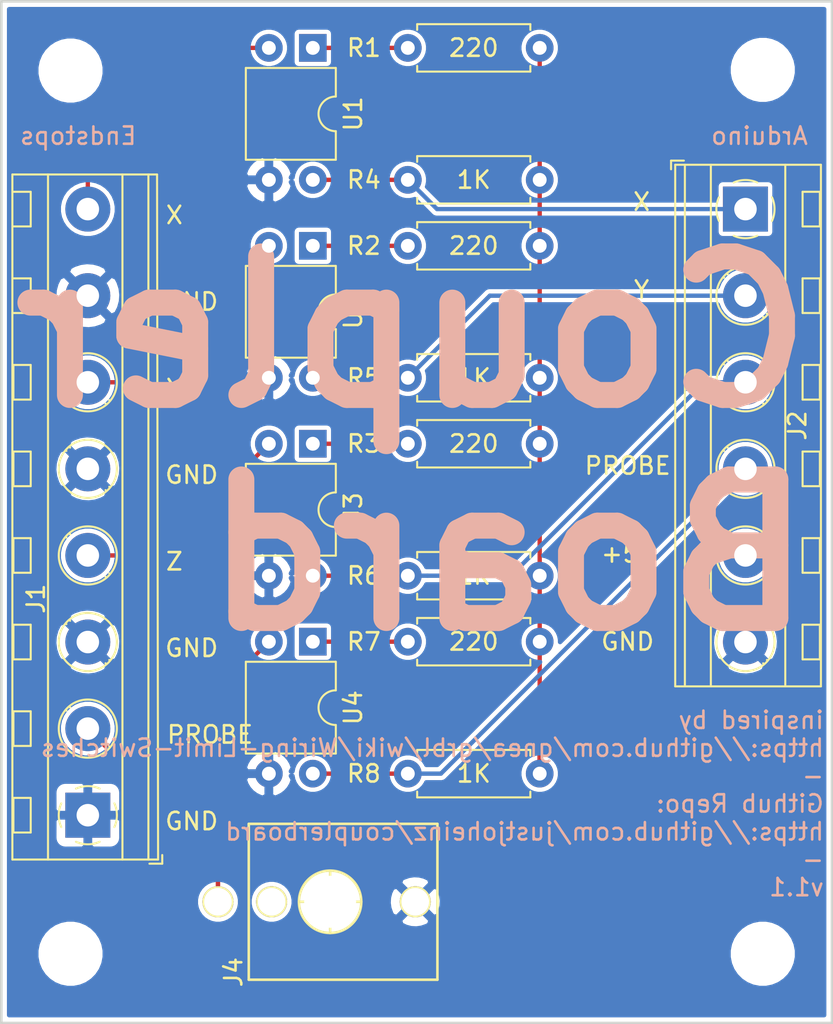
<source format=kicad_pcb>
(kicad_pcb (version 20171130) (host pcbnew "(5.1.5-0-10_14)")

  (general
    (thickness 1.6)
    (drawings 22)
    (tracks 45)
    (zones 0)
    (modules 19)
    (nets 16)
  )

  (page A4)
  (layers
    (0 F.Cu signal)
    (31 B.Cu signal)
    (32 B.Adhes user)
    (33 F.Adhes user)
    (34 B.Paste user)
    (35 F.Paste user)
    (36 B.SilkS user hide)
    (37 F.SilkS user)
    (38 B.Mask user)
    (39 F.Mask user)
    (40 Dwgs.User user)
    (41 Cmts.User user)
    (42 Eco1.User user)
    (43 Eco2.User user)
    (44 Edge.Cuts user)
    (45 Margin user)
    (46 B.CrtYd user hide)
    (47 F.CrtYd user hide)
    (48 B.Fab user hide)
    (49 F.Fab user hide)
  )

  (setup
    (last_trace_width 0.25)
    (trace_clearance 0.2)
    (zone_clearance 0.25)
    (zone_45_only no)
    (trace_min 0.2)
    (via_size 0.8)
    (via_drill 0.4)
    (via_min_size 0.4)
    (via_min_drill 0.3)
    (uvia_size 0.3)
    (uvia_drill 0.1)
    (uvias_allowed no)
    (uvia_min_size 0.2)
    (uvia_min_drill 0.1)
    (edge_width 0.15)
    (segment_width 0.2)
    (pcb_text_width 0.3)
    (pcb_text_size 1.5 1.5)
    (mod_edge_width 0.15)
    (mod_text_size 1 1)
    (mod_text_width 0.15)
    (pad_size 1.524 1.524)
    (pad_drill 0.762)
    (pad_to_mask_clearance 0.051)
    (solder_mask_min_width 0.25)
    (aux_axis_origin 0 0)
    (visible_elements FFFFFF7F)
    (pcbplotparams
      (layerselection 0x010fc_ffffffff)
      (usegerberextensions false)
      (usegerberattributes false)
      (usegerberadvancedattributes false)
      (creategerberjobfile false)
      (excludeedgelayer true)
      (linewidth 0.100000)
      (plotframeref false)
      (viasonmask false)
      (mode 1)
      (useauxorigin false)
      (hpglpennumber 1)
      (hpglpenspeed 20)
      (hpglpendiameter 15.000000)
      (psnegative false)
      (psa4output false)
      (plotreference true)
      (plotvalue true)
      (plotinvisibletext false)
      (padsonsilk false)
      (subtractmaskfromsilk false)
      (outputformat 1)
      (mirror false)
      (drillshape 1)
      (scaleselection 1)
      (outputdirectory ""))
  )

  (net 0 "")
  (net 1 GND)
  (net 2 "Net-(J1-Pad2)")
  (net 3 +5V)
  (net 4 "Net-(R1-Pad1)")
  (net 5 "Net-(R2-Pad1)")
  (net 6 "Net-(R3-Pad1)")
  (net 7 "Net-(J1-Pad8)")
  (net 8 "Net-(J1-Pad6)")
  (net 9 "Net-(J1-Pad4)")
  (net 10 /P)
  (net 11 /Z)
  (net 12 /Y)
  (net 13 /X)
  (net 14 "Net-(R7-Pad1)")
  (net 15 "Net-(J4-PadTN)")

  (net_class Default "Dies ist die voreingestellte Netzklasse."
    (clearance 0.2)
    (trace_width 0.25)
    (via_dia 0.8)
    (via_drill 0.4)
    (uvia_dia 0.3)
    (uvia_drill 0.1)
    (add_net +5V)
    (add_net /P)
    (add_net /X)
    (add_net /Y)
    (add_net /Z)
    (add_net GND)
    (add_net "Net-(J1-Pad2)")
    (add_net "Net-(J1-Pad4)")
    (add_net "Net-(J1-Pad6)")
    (add_net "Net-(J1-Pad8)")
    (add_net "Net-(J4-PadTN)")
    (add_net "Net-(R1-Pad1)")
    (add_net "Net-(R2-Pad1)")
    (add_net "Net-(R3-Pad1)")
    (add_net "Net-(R7-Pad1)")
  )

  (module MountingHole:MountingHole_3.2mm_M3_DIN965 (layer F.Cu) (tedit 56D1B4CB) (tstamp 5EBDAF49)
    (at 91 61)
    (descr "Mounting Hole 3.2mm, no annular, M3, DIN965")
    (tags "mounting hole 3.2mm no annular m3 din965")
    (path /5EBFE53F)
    (attr virtual)
    (fp_text reference H4 (at 0 -3.8) (layer F.Fab)
      (effects (font (size 1 1) (thickness 0.15)))
    )
    (fp_text value MountingHole (at 0 3.8) (layer F.Fab)
      (effects (font (size 1 1) (thickness 0.15)))
    )
    (fp_circle (center 0 0) (end 3.05 0) (layer F.CrtYd) (width 0.05))
    (fp_circle (center 0 0) (end 2.8 0) (layer Cmts.User) (width 0.15))
    (fp_text user %R (at 0.3 0) (layer F.Fab)
      (effects (font (size 1 1) (thickness 0.15)))
    )
    (pad 1 np_thru_hole circle (at 0 0) (size 3.2 3.2) (drill 3.2) (layers *.Cu *.Mask))
  )

  (module MountingHole:MountingHole_3.2mm_M3_DIN965 (layer F.Cu) (tedit 56D1B4CB) (tstamp 5EBDAF41)
    (at 131 112)
    (descr "Mounting Hole 3.2mm, no annular, M3, DIN965")
    (tags "mounting hole 3.2mm no annular m3 din965")
    (path /5EBFE181)
    (attr virtual)
    (fp_text reference H3 (at 0 -3.8) (layer F.Fab)
      (effects (font (size 1 1) (thickness 0.15)))
    )
    (fp_text value MountingHole (at 0 3.8) (layer F.Fab)
      (effects (font (size 1 1) (thickness 0.15)))
    )
    (fp_circle (center 0 0) (end 3.05 0) (layer F.CrtYd) (width 0.05))
    (fp_circle (center 0 0) (end 2.8 0) (layer Cmts.User) (width 0.15))
    (fp_text user %R (at 0.3 0) (layer F.Fab)
      (effects (font (size 1 1) (thickness 0.15)))
    )
    (pad 1 np_thru_hole circle (at 0 0) (size 3.2 3.2) (drill 3.2) (layers *.Cu *.Mask))
  )

  (module Eurorack:ThonkIcon (layer F.Cu) (tedit 5BDC8EE2) (tstamp 5EBDA2F6)
    (at 106 109 270)
    (path /5EBE8A51)
    (fp_text reference J4 (at 4.064 5.588 90) (layer F.SilkS)
      (effects (font (size 1 1) (thickness 0.15)))
    )
    (fp_text value AudioJack2_SwitchT (at 0 -7.112 90) (layer F.Fab)
      (effects (font (size 1 1) (thickness 0.15)))
    )
    (fp_line (start -4.5 -6.2) (end 4.5 -6.2) (layer F.SilkS) (width 0.15))
    (fp_line (start -4.5 4.7) (end 4.5 4.7) (layer F.SilkS) (width 0.15))
    (fp_line (start -4.5 -6.2) (end -4.5 4.7) (layer F.SilkS) (width 0.15))
    (fp_line (start 4.5 -6.2) (end 4.5 4.7) (layer F.SilkS) (width 0.15))
    (fp_circle (center 0 0) (end 1.8 0) (layer F.SilkS) (width 0.15))
    (fp_line (start 0 -1.8) (end 0 1.8) (layer F.SilkS) (width 0.15))
    (fp_line (start -1.8 0) (end 1.8 0) (layer F.SilkS) (width 0.15))
    (pad "" np_thru_hole circle (at 0 0 270) (size 3 3) (drill 3) (layers *.Cu *.Mask))
    (pad T thru_hole circle (at 0 -4.92 270) (size 1.8 1.8) (drill 1.6) (layers *.Cu *.Mask F.SilkS)
      (net 1 GND))
    (pad S thru_hole circle (at 0 6.48 270) (size 1.8 1.8) (drill 1.6) (layers *.Cu *.Mask F.SilkS)
      (net 2 "Net-(J1-Pad2)"))
    (pad TN thru_hole circle (at 0 3.38 270) (size 1.8 1.8) (drill 1.6) (layers *.Cu *.Mask F.SilkS)
      (net 15 "Net-(J4-PadTN)"))
  )

  (module Resistor_THT:R_Axial_DIN0207_L6.3mm_D2.5mm_P7.62mm_Horizontal (layer F.Cu) (tedit 5AE5139B) (tstamp 5EBE9839)
    (at 118.11 90.17 180)
    (descr "Resistor, Axial_DIN0207 series, Axial, Horizontal, pin pitch=7.62mm, 0.25W = 1/4W, length*diameter=6.3*2.5mm^2, http://cdn-reichelt.de/documents/datenblatt/B400/1_4W%23YAG.pdf")
    (tags "Resistor Axial_DIN0207 series Axial Horizontal pin pitch 7.62mm 0.25W = 1/4W length 6.3mm diameter 2.5mm")
    (path /5EB1CE0F)
    (fp_text reference R6 (at 10.16 0) (layer F.SilkS)
      (effects (font (size 1 1) (thickness 0.15)))
    )
    (fp_text value 1K (at 3.81 0) (layer F.SilkS)
      (effects (font (size 1 1) (thickness 0.15)))
    )
    (fp_text user %R (at 3.81 0) (layer F.Fab)
      (effects (font (size 1 1) (thickness 0.15)))
    )
    (fp_line (start 8.67 -1.5) (end -1.05 -1.5) (layer F.CrtYd) (width 0.05))
    (fp_line (start 8.67 1.5) (end 8.67 -1.5) (layer F.CrtYd) (width 0.05))
    (fp_line (start -1.05 1.5) (end 8.67 1.5) (layer F.CrtYd) (width 0.05))
    (fp_line (start -1.05 -1.5) (end -1.05 1.5) (layer F.CrtYd) (width 0.05))
    (fp_line (start 7.08 1.37) (end 7.08 1.04) (layer F.SilkS) (width 0.12))
    (fp_line (start 0.54 1.37) (end 7.08 1.37) (layer F.SilkS) (width 0.12))
    (fp_line (start 0.54 1.04) (end 0.54 1.37) (layer F.SilkS) (width 0.12))
    (fp_line (start 7.08 -1.37) (end 7.08 -1.04) (layer F.SilkS) (width 0.12))
    (fp_line (start 0.54 -1.37) (end 7.08 -1.37) (layer F.SilkS) (width 0.12))
    (fp_line (start 0.54 -1.04) (end 0.54 -1.37) (layer F.SilkS) (width 0.12))
    (fp_line (start 7.62 0) (end 6.96 0) (layer F.Fab) (width 0.1))
    (fp_line (start 0 0) (end 0.66 0) (layer F.Fab) (width 0.1))
    (fp_line (start 6.96 -1.25) (end 0.66 -1.25) (layer F.Fab) (width 0.1))
    (fp_line (start 6.96 1.25) (end 6.96 -1.25) (layer F.Fab) (width 0.1))
    (fp_line (start 0.66 1.25) (end 6.96 1.25) (layer F.Fab) (width 0.1))
    (fp_line (start 0.66 -1.25) (end 0.66 1.25) (layer F.Fab) (width 0.1))
    (pad 2 thru_hole oval (at 7.62 0 180) (size 1.6 1.6) (drill 0.8) (layers *.Cu *.Mask)
      (net 11 /Z))
    (pad 1 thru_hole circle (at 0 0 180) (size 1.6 1.6) (drill 0.8) (layers *.Cu *.Mask)
      (net 3 +5V))
    (model ${KISYS3DMOD}/Resistor_THT.3dshapes/R_Axial_DIN0207_L6.3mm_D2.5mm_P7.62mm_Horizontal.wrl
      (at (xyz 0 0 0))
      (scale (xyz 1 1 1))
      (rotate (xyz 0 0 0))
    )
  )

  (module Resistor_THT:R_Axial_DIN0207_L6.3mm_D2.5mm_P7.62mm_Horizontal (layer F.Cu) (tedit 5AE5139B) (tstamp 5EBE9827)
    (at 118.11 78.74 180)
    (descr "Resistor, Axial_DIN0207 series, Axial, Horizontal, pin pitch=7.62mm, 0.25W = 1/4W, length*diameter=6.3*2.5mm^2, http://cdn-reichelt.de/documents/datenblatt/B400/1_4W%23YAG.pdf")
    (tags "Resistor Axial_DIN0207 series Axial Horizontal pin pitch 7.62mm 0.25W = 1/4W length 6.3mm diameter 2.5mm")
    (path /5EB1CDA9)
    (fp_text reference R5 (at 10.16 0) (layer F.SilkS)
      (effects (font (size 1 1) (thickness 0.15)))
    )
    (fp_text value 1K (at 3.81 0) (layer F.SilkS)
      (effects (font (size 1 1) (thickness 0.15)))
    )
    (fp_text user %R (at 3.81 0) (layer F.Fab)
      (effects (font (size 1 1) (thickness 0.15)))
    )
    (fp_line (start 8.67 -1.5) (end -1.05 -1.5) (layer F.CrtYd) (width 0.05))
    (fp_line (start 8.67 1.5) (end 8.67 -1.5) (layer F.CrtYd) (width 0.05))
    (fp_line (start -1.05 1.5) (end 8.67 1.5) (layer F.CrtYd) (width 0.05))
    (fp_line (start -1.05 -1.5) (end -1.05 1.5) (layer F.CrtYd) (width 0.05))
    (fp_line (start 7.08 1.37) (end 7.08 1.04) (layer F.SilkS) (width 0.12))
    (fp_line (start 0.54 1.37) (end 7.08 1.37) (layer F.SilkS) (width 0.12))
    (fp_line (start 0.54 1.04) (end 0.54 1.37) (layer F.SilkS) (width 0.12))
    (fp_line (start 7.08 -1.37) (end 7.08 -1.04) (layer F.SilkS) (width 0.12))
    (fp_line (start 0.54 -1.37) (end 7.08 -1.37) (layer F.SilkS) (width 0.12))
    (fp_line (start 0.54 -1.04) (end 0.54 -1.37) (layer F.SilkS) (width 0.12))
    (fp_line (start 7.62 0) (end 6.96 0) (layer F.Fab) (width 0.1))
    (fp_line (start 0 0) (end 0.66 0) (layer F.Fab) (width 0.1))
    (fp_line (start 6.96 -1.25) (end 0.66 -1.25) (layer F.Fab) (width 0.1))
    (fp_line (start 6.96 1.25) (end 6.96 -1.25) (layer F.Fab) (width 0.1))
    (fp_line (start 0.66 1.25) (end 6.96 1.25) (layer F.Fab) (width 0.1))
    (fp_line (start 0.66 -1.25) (end 0.66 1.25) (layer F.Fab) (width 0.1))
    (pad 2 thru_hole oval (at 7.62 0 180) (size 1.6 1.6) (drill 0.8) (layers *.Cu *.Mask)
      (net 12 /Y))
    (pad 1 thru_hole circle (at 0 0 180) (size 1.6 1.6) (drill 0.8) (layers *.Cu *.Mask)
      (net 3 +5V))
    (model ${KISYS3DMOD}/Resistor_THT.3dshapes/R_Axial_DIN0207_L6.3mm_D2.5mm_P7.62mm_Horizontal.wrl
      (at (xyz 0 0 0))
      (scale (xyz 1 1 1))
      (rotate (xyz 0 0 0))
    )
  )

  (module Resistor_THT:R_Axial_DIN0207_L6.3mm_D2.5mm_P7.62mm_Horizontal (layer F.Cu) (tedit 5AE5139B) (tstamp 5EB28935)
    (at 118.11 67.31 180)
    (descr "Resistor, Axial_DIN0207 series, Axial, Horizontal, pin pitch=7.62mm, 0.25W = 1/4W, length*diameter=6.3*2.5mm^2, http://cdn-reichelt.de/documents/datenblatt/B400/1_4W%23YAG.pdf")
    (tags "Resistor Axial_DIN0207 series Axial Horizontal pin pitch 7.62mm 0.25W = 1/4W length 6.3mm diameter 2.5mm")
    (path /5EB1CD65)
    (fp_text reference R4 (at 10.16 0) (layer F.SilkS)
      (effects (font (size 1 1) (thickness 0.15)))
    )
    (fp_text value 1K (at 3.81 0) (layer F.SilkS)
      (effects (font (size 1 1) (thickness 0.15)))
    )
    (fp_text user %R (at 3.81 0) (layer F.Fab)
      (effects (font (size 1 1) (thickness 0.15)))
    )
    (fp_line (start 8.67 -1.5) (end -1.05 -1.5) (layer F.CrtYd) (width 0.05))
    (fp_line (start 8.67 1.5) (end 8.67 -1.5) (layer F.CrtYd) (width 0.05))
    (fp_line (start -1.05 1.5) (end 8.67 1.5) (layer F.CrtYd) (width 0.05))
    (fp_line (start -1.05 -1.5) (end -1.05 1.5) (layer F.CrtYd) (width 0.05))
    (fp_line (start 7.08 1.37) (end 7.08 1.04) (layer F.SilkS) (width 0.12))
    (fp_line (start 0.54 1.37) (end 7.08 1.37) (layer F.SilkS) (width 0.12))
    (fp_line (start 0.54 1.04) (end 0.54 1.37) (layer F.SilkS) (width 0.12))
    (fp_line (start 7.08 -1.37) (end 7.08 -1.04) (layer F.SilkS) (width 0.12))
    (fp_line (start 0.54 -1.37) (end 7.08 -1.37) (layer F.SilkS) (width 0.12))
    (fp_line (start 0.54 -1.04) (end 0.54 -1.37) (layer F.SilkS) (width 0.12))
    (fp_line (start 7.62 0) (end 6.96 0) (layer F.Fab) (width 0.1))
    (fp_line (start 0 0) (end 0.66 0) (layer F.Fab) (width 0.1))
    (fp_line (start 6.96 -1.25) (end 0.66 -1.25) (layer F.Fab) (width 0.1))
    (fp_line (start 6.96 1.25) (end 6.96 -1.25) (layer F.Fab) (width 0.1))
    (fp_line (start 0.66 1.25) (end 6.96 1.25) (layer F.Fab) (width 0.1))
    (fp_line (start 0.66 -1.25) (end 0.66 1.25) (layer F.Fab) (width 0.1))
    (pad 2 thru_hole oval (at 7.62 0 180) (size 1.6 1.6) (drill 0.8) (layers *.Cu *.Mask)
      (net 13 /X))
    (pad 1 thru_hole circle (at 0 0 180) (size 1.6 1.6) (drill 0.8) (layers *.Cu *.Mask)
      (net 3 +5V))
    (model ${KISYS3DMOD}/Resistor_THT.3dshapes/R_Axial_DIN0207_L6.3mm_D2.5mm_P7.62mm_Horizontal.wrl
      (at (xyz 0 0 0))
      (scale (xyz 1 1 1))
      (rotate (xyz 0 0 0))
    )
  )

  (module Resistor_THT:R_Axial_DIN0207_L6.3mm_D2.5mm_P7.62mm_Horizontal (layer F.Cu) (tedit 5AE5139B) (tstamp 5EBE9803)
    (at 110.49 82.55)
    (descr "Resistor, Axial_DIN0207 series, Axial, Horizontal, pin pitch=7.62mm, 0.25W = 1/4W, length*diameter=6.3*2.5mm^2, http://cdn-reichelt.de/documents/datenblatt/B400/1_4W%23YAG.pdf")
    (tags "Resistor Axial_DIN0207 series Axial Horizontal pin pitch 7.62mm 0.25W = 1/4W length 6.3mm diameter 2.5mm")
    (path /5EB1E32A)
    (fp_text reference R3 (at -2.54 0) (layer F.SilkS)
      (effects (font (size 1 1) (thickness 0.15)))
    )
    (fp_text value 220 (at 3.81 0) (layer F.SilkS)
      (effects (font (size 1 1) (thickness 0.15)))
    )
    (fp_text user %R (at 3.81 0) (layer F.Fab)
      (effects (font (size 1 1) (thickness 0.15)))
    )
    (fp_line (start 8.67 -1.5) (end -1.05 -1.5) (layer F.CrtYd) (width 0.05))
    (fp_line (start 8.67 1.5) (end 8.67 -1.5) (layer F.CrtYd) (width 0.05))
    (fp_line (start -1.05 1.5) (end 8.67 1.5) (layer F.CrtYd) (width 0.05))
    (fp_line (start -1.05 -1.5) (end -1.05 1.5) (layer F.CrtYd) (width 0.05))
    (fp_line (start 7.08 1.37) (end 7.08 1.04) (layer F.SilkS) (width 0.12))
    (fp_line (start 0.54 1.37) (end 7.08 1.37) (layer F.SilkS) (width 0.12))
    (fp_line (start 0.54 1.04) (end 0.54 1.37) (layer F.SilkS) (width 0.12))
    (fp_line (start 7.08 -1.37) (end 7.08 -1.04) (layer F.SilkS) (width 0.12))
    (fp_line (start 0.54 -1.37) (end 7.08 -1.37) (layer F.SilkS) (width 0.12))
    (fp_line (start 0.54 -1.04) (end 0.54 -1.37) (layer F.SilkS) (width 0.12))
    (fp_line (start 7.62 0) (end 6.96 0) (layer F.Fab) (width 0.1))
    (fp_line (start 0 0) (end 0.66 0) (layer F.Fab) (width 0.1))
    (fp_line (start 6.96 -1.25) (end 0.66 -1.25) (layer F.Fab) (width 0.1))
    (fp_line (start 6.96 1.25) (end 6.96 -1.25) (layer F.Fab) (width 0.1))
    (fp_line (start 0.66 1.25) (end 6.96 1.25) (layer F.Fab) (width 0.1))
    (fp_line (start 0.66 -1.25) (end 0.66 1.25) (layer F.Fab) (width 0.1))
    (pad 2 thru_hole oval (at 7.62 0) (size 1.6 1.6) (drill 0.8) (layers *.Cu *.Mask)
      (net 3 +5V))
    (pad 1 thru_hole circle (at 0 0) (size 1.6 1.6) (drill 0.8) (layers *.Cu *.Mask)
      (net 6 "Net-(R3-Pad1)"))
    (model ${KISYS3DMOD}/Resistor_THT.3dshapes/R_Axial_DIN0207_L6.3mm_D2.5mm_P7.62mm_Horizontal.wrl
      (at (xyz 0 0 0))
      (scale (xyz 1 1 1))
      (rotate (xyz 0 0 0))
    )
  )

  (module Resistor_THT:R_Axial_DIN0207_L6.3mm_D2.5mm_P7.62mm_Horizontal (layer F.Cu) (tedit 5AE5139B) (tstamp 5EBE97F1)
    (at 110.49 71.12)
    (descr "Resistor, Axial_DIN0207 series, Axial, Horizontal, pin pitch=7.62mm, 0.25W = 1/4W, length*diameter=6.3*2.5mm^2, http://cdn-reichelt.de/documents/datenblatt/B400/1_4W%23YAG.pdf")
    (tags "Resistor Axial_DIN0207 series Axial Horizontal pin pitch 7.62mm 0.25W = 1/4W length 6.3mm diameter 2.5mm")
    (path /5EB1E2D0)
    (fp_text reference R2 (at -2.54 0) (layer F.SilkS)
      (effects (font (size 1 1) (thickness 0.15)))
    )
    (fp_text value 220 (at 3.81 0) (layer F.SilkS)
      (effects (font (size 1 1) (thickness 0.15)))
    )
    (fp_text user %R (at 3.81 0) (layer F.Fab)
      (effects (font (size 1 1) (thickness 0.15)))
    )
    (fp_line (start 8.67 -1.5) (end -1.05 -1.5) (layer F.CrtYd) (width 0.05))
    (fp_line (start 8.67 1.5) (end 8.67 -1.5) (layer F.CrtYd) (width 0.05))
    (fp_line (start -1.05 1.5) (end 8.67 1.5) (layer F.CrtYd) (width 0.05))
    (fp_line (start -1.05 -1.5) (end -1.05 1.5) (layer F.CrtYd) (width 0.05))
    (fp_line (start 7.08 1.37) (end 7.08 1.04) (layer F.SilkS) (width 0.12))
    (fp_line (start 0.54 1.37) (end 7.08 1.37) (layer F.SilkS) (width 0.12))
    (fp_line (start 0.54 1.04) (end 0.54 1.37) (layer F.SilkS) (width 0.12))
    (fp_line (start 7.08 -1.37) (end 7.08 -1.04) (layer F.SilkS) (width 0.12))
    (fp_line (start 0.54 -1.37) (end 7.08 -1.37) (layer F.SilkS) (width 0.12))
    (fp_line (start 0.54 -1.04) (end 0.54 -1.37) (layer F.SilkS) (width 0.12))
    (fp_line (start 7.62 0) (end 6.96 0) (layer F.Fab) (width 0.1))
    (fp_line (start 0 0) (end 0.66 0) (layer F.Fab) (width 0.1))
    (fp_line (start 6.96 -1.25) (end 0.66 -1.25) (layer F.Fab) (width 0.1))
    (fp_line (start 6.96 1.25) (end 6.96 -1.25) (layer F.Fab) (width 0.1))
    (fp_line (start 0.66 1.25) (end 6.96 1.25) (layer F.Fab) (width 0.1))
    (fp_line (start 0.66 -1.25) (end 0.66 1.25) (layer F.Fab) (width 0.1))
    (pad 2 thru_hole oval (at 7.62 0) (size 1.6 1.6) (drill 0.8) (layers *.Cu *.Mask)
      (net 3 +5V))
    (pad 1 thru_hole circle (at 0 0) (size 1.6 1.6) (drill 0.8) (layers *.Cu *.Mask)
      (net 5 "Net-(R2-Pad1)"))
    (model ${KISYS3DMOD}/Resistor_THT.3dshapes/R_Axial_DIN0207_L6.3mm_D2.5mm_P7.62mm_Horizontal.wrl
      (at (xyz 0 0 0))
      (scale (xyz 1 1 1))
      (rotate (xyz 0 0 0))
    )
  )

  (module Resistor_THT:R_Axial_DIN0207_L6.3mm_D2.5mm_P7.62mm_Horizontal (layer F.Cu) (tedit 5AE5139B) (tstamp 5EBE97DF)
    (at 110.49 59.69)
    (descr "Resistor, Axial_DIN0207 series, Axial, Horizontal, pin pitch=7.62mm, 0.25W = 1/4W, length*diameter=6.3*2.5mm^2, http://cdn-reichelt.de/documents/datenblatt/B400/1_4W%23YAG.pdf")
    (tags "Resistor Axial_DIN0207 series Axial Horizontal pin pitch 7.62mm 0.25W = 1/4W length 6.3mm diameter 2.5mm")
    (path /5EB1E25A)
    (fp_text reference R1 (at -2.54 0) (layer F.SilkS)
      (effects (font (size 1 1) (thickness 0.15)))
    )
    (fp_text value 220 (at 3.81 0) (layer F.SilkS)
      (effects (font (size 1 1) (thickness 0.15)))
    )
    (fp_text user %R (at 3.81 0) (layer F.Fab)
      (effects (font (size 1 1) (thickness 0.15)))
    )
    (fp_line (start 8.67 -1.5) (end -1.05 -1.5) (layer F.CrtYd) (width 0.05))
    (fp_line (start 8.67 1.5) (end 8.67 -1.5) (layer F.CrtYd) (width 0.05))
    (fp_line (start -1.05 1.5) (end 8.67 1.5) (layer F.CrtYd) (width 0.05))
    (fp_line (start -1.05 -1.5) (end -1.05 1.5) (layer F.CrtYd) (width 0.05))
    (fp_line (start 7.08 1.37) (end 7.08 1.04) (layer F.SilkS) (width 0.12))
    (fp_line (start 0.54 1.37) (end 7.08 1.37) (layer F.SilkS) (width 0.12))
    (fp_line (start 0.54 1.04) (end 0.54 1.37) (layer F.SilkS) (width 0.12))
    (fp_line (start 7.08 -1.37) (end 7.08 -1.04) (layer F.SilkS) (width 0.12))
    (fp_line (start 0.54 -1.37) (end 7.08 -1.37) (layer F.SilkS) (width 0.12))
    (fp_line (start 0.54 -1.04) (end 0.54 -1.37) (layer F.SilkS) (width 0.12))
    (fp_line (start 7.62 0) (end 6.96 0) (layer F.Fab) (width 0.1))
    (fp_line (start 0 0) (end 0.66 0) (layer F.Fab) (width 0.1))
    (fp_line (start 6.96 -1.25) (end 0.66 -1.25) (layer F.Fab) (width 0.1))
    (fp_line (start 6.96 1.25) (end 6.96 -1.25) (layer F.Fab) (width 0.1))
    (fp_line (start 0.66 1.25) (end 6.96 1.25) (layer F.Fab) (width 0.1))
    (fp_line (start 0.66 -1.25) (end 0.66 1.25) (layer F.Fab) (width 0.1))
    (pad 2 thru_hole oval (at 7.62 0) (size 1.6 1.6) (drill 0.8) (layers *.Cu *.Mask)
      (net 3 +5V))
    (pad 1 thru_hole circle (at 0 0) (size 1.6 1.6) (drill 0.8) (layers *.Cu *.Mask)
      (net 4 "Net-(R1-Pad1)"))
    (model ${KISYS3DMOD}/Resistor_THT.3dshapes/R_Axial_DIN0207_L6.3mm_D2.5mm_P7.62mm_Horizontal.wrl
      (at (xyz 0 0 0))
      (scale (xyz 1 1 1))
      (rotate (xyz 0 0 0))
    )
  )

  (module Package_DIP:DIP-4_W7.62mm (layer F.Cu) (tedit 5A02E8C5) (tstamp 5EBDBDF4)
    (at 105 93.98 270)
    (descr "4-lead though-hole mounted DIP package, row spacing 7.62 mm (300 mils)")
    (tags "THT DIP DIL PDIP 2.54mm 7.62mm 300mil")
    (path /5EBCEE42)
    (fp_text reference U4 (at 3.81 -2.33 90) (layer F.SilkS)
      (effects (font (size 1 1) (thickness 0.15)))
    )
    (fp_text value LTV-817 (at 3.81 4.87 90) (layer F.Fab)
      (effects (font (size 1 1) (thickness 0.15)))
    )
    (fp_text user %R (at 3.81 1.27 90) (layer F.Fab)
      (effects (font (size 1 1) (thickness 0.15)))
    )
    (fp_line (start 8.7 -1.55) (end -1.1 -1.55) (layer F.CrtYd) (width 0.05))
    (fp_line (start 8.7 4.1) (end 8.7 -1.55) (layer F.CrtYd) (width 0.05))
    (fp_line (start -1.1 4.1) (end 8.7 4.1) (layer F.CrtYd) (width 0.05))
    (fp_line (start -1.1 -1.55) (end -1.1 4.1) (layer F.CrtYd) (width 0.05))
    (fp_line (start 6.46 -1.33) (end 4.81 -1.33) (layer F.SilkS) (width 0.12))
    (fp_line (start 6.46 3.87) (end 6.46 -1.33) (layer F.SilkS) (width 0.12))
    (fp_line (start 1.16 3.87) (end 6.46 3.87) (layer F.SilkS) (width 0.12))
    (fp_line (start 1.16 -1.33) (end 1.16 3.87) (layer F.SilkS) (width 0.12))
    (fp_line (start 2.81 -1.33) (end 1.16 -1.33) (layer F.SilkS) (width 0.12))
    (fp_line (start 0.635 -0.27) (end 1.635 -1.27) (layer F.Fab) (width 0.1))
    (fp_line (start 0.635 3.81) (end 0.635 -0.27) (layer F.Fab) (width 0.1))
    (fp_line (start 6.985 3.81) (end 0.635 3.81) (layer F.Fab) (width 0.1))
    (fp_line (start 6.985 -1.27) (end 6.985 3.81) (layer F.Fab) (width 0.1))
    (fp_line (start 1.635 -1.27) (end 6.985 -1.27) (layer F.Fab) (width 0.1))
    (fp_arc (start 3.81 -1.33) (end 2.81 -1.33) (angle -180) (layer F.SilkS) (width 0.12))
    (pad 4 thru_hole oval (at 7.62 0 270) (size 1.6 1.6) (drill 0.8) (layers *.Cu *.Mask)
      (net 10 /P))
    (pad 2 thru_hole oval (at 0 2.54 270) (size 1.6 1.6) (drill 0.8) (layers *.Cu *.Mask)
      (net 2 "Net-(J1-Pad2)"))
    (pad 3 thru_hole oval (at 7.62 2.54 270) (size 1.6 1.6) (drill 0.8) (layers *.Cu *.Mask)
      (net 1 GND))
    (pad 1 thru_hole rect (at 0 0 270) (size 1.6 1.6) (drill 0.8) (layers *.Cu *.Mask)
      (net 14 "Net-(R7-Pad1)"))
    (model ${KISYS3DMOD}/Package_DIP.3dshapes/DIP-4_W7.62mm.wrl
      (at (xyz 0 0 0))
      (scale (xyz 1 1 1))
      (rotate (xyz 0 0 0))
    )
  )

  (module Resistor_THT:R_Axial_DIN0207_L6.3mm_D2.5mm_P7.62mm_Horizontal (layer F.Cu) (tedit 5AE5139B) (tstamp 5EBD6BB4)
    (at 118.11 101.6 180)
    (descr "Resistor, Axial_DIN0207 series, Axial, Horizontal, pin pitch=7.62mm, 0.25W = 1/4W, length*diameter=6.3*2.5mm^2, http://cdn-reichelt.de/documents/datenblatt/B400/1_4W%23YAG.pdf")
    (tags "Resistor Axial_DIN0207 series Axial Horizontal pin pitch 7.62mm 0.25W = 1/4W length 6.3mm diameter 2.5mm")
    (path /5EBF902D)
    (fp_text reference R8 (at 10.16 0) (layer F.SilkS)
      (effects (font (size 1 1) (thickness 0.15)))
    )
    (fp_text value 1K (at 3.81 0) (layer F.SilkS)
      (effects (font (size 1 1) (thickness 0.15)))
    )
    (fp_text user %R (at 3.81 0) (layer F.Fab)
      (effects (font (size 1 1) (thickness 0.15)))
    )
    (fp_line (start 8.67 -1.5) (end -1.05 -1.5) (layer F.CrtYd) (width 0.05))
    (fp_line (start 8.67 1.5) (end 8.67 -1.5) (layer F.CrtYd) (width 0.05))
    (fp_line (start -1.05 1.5) (end 8.67 1.5) (layer F.CrtYd) (width 0.05))
    (fp_line (start -1.05 -1.5) (end -1.05 1.5) (layer F.CrtYd) (width 0.05))
    (fp_line (start 7.08 1.37) (end 7.08 1.04) (layer F.SilkS) (width 0.12))
    (fp_line (start 0.54 1.37) (end 7.08 1.37) (layer F.SilkS) (width 0.12))
    (fp_line (start 0.54 1.04) (end 0.54 1.37) (layer F.SilkS) (width 0.12))
    (fp_line (start 7.08 -1.37) (end 7.08 -1.04) (layer F.SilkS) (width 0.12))
    (fp_line (start 0.54 -1.37) (end 7.08 -1.37) (layer F.SilkS) (width 0.12))
    (fp_line (start 0.54 -1.04) (end 0.54 -1.37) (layer F.SilkS) (width 0.12))
    (fp_line (start 7.62 0) (end 6.96 0) (layer F.Fab) (width 0.1))
    (fp_line (start 0 0) (end 0.66 0) (layer F.Fab) (width 0.1))
    (fp_line (start 6.96 -1.25) (end 0.66 -1.25) (layer F.Fab) (width 0.1))
    (fp_line (start 6.96 1.25) (end 6.96 -1.25) (layer F.Fab) (width 0.1))
    (fp_line (start 0.66 1.25) (end 6.96 1.25) (layer F.Fab) (width 0.1))
    (fp_line (start 0.66 -1.25) (end 0.66 1.25) (layer F.Fab) (width 0.1))
    (pad 2 thru_hole oval (at 7.62 0 180) (size 1.6 1.6) (drill 0.8) (layers *.Cu *.Mask)
      (net 10 /P))
    (pad 1 thru_hole circle (at 0 0 180) (size 1.6 1.6) (drill 0.8) (layers *.Cu *.Mask)
      (net 3 +5V))
    (model ${KISYS3DMOD}/Resistor_THT.3dshapes/R_Axial_DIN0207_L6.3mm_D2.5mm_P7.62mm_Horizontal.wrl
      (at (xyz 0 0 0))
      (scale (xyz 1 1 1))
      (rotate (xyz 0 0 0))
    )
  )

  (module Resistor_THT:R_Axial_DIN0207_L6.3mm_D2.5mm_P7.62mm_Horizontal (layer F.Cu) (tedit 5AE5139B) (tstamp 5EBD6B9D)
    (at 110.49 93.98)
    (descr "Resistor, Axial_DIN0207 series, Axial, Horizontal, pin pitch=7.62mm, 0.25W = 1/4W, length*diameter=6.3*2.5mm^2, http://cdn-reichelt.de/documents/datenblatt/B400/1_4W%23YAG.pdf")
    (tags "Resistor Axial_DIN0207 series Axial Horizontal pin pitch 7.62mm 0.25W = 1/4W length 6.3mm diameter 2.5mm")
    (path /5EBD142E)
    (fp_text reference R7 (at -2.54 0) (layer F.SilkS)
      (effects (font (size 1 1) (thickness 0.15)))
    )
    (fp_text value 220 (at 3.81 0) (layer F.SilkS)
      (effects (font (size 1 1) (thickness 0.15)))
    )
    (fp_text user %R (at 3.81 0) (layer F.Fab)
      (effects (font (size 1 1) (thickness 0.15)))
    )
    (fp_line (start 8.67 -1.5) (end -1.05 -1.5) (layer F.CrtYd) (width 0.05))
    (fp_line (start 8.67 1.5) (end 8.67 -1.5) (layer F.CrtYd) (width 0.05))
    (fp_line (start -1.05 1.5) (end 8.67 1.5) (layer F.CrtYd) (width 0.05))
    (fp_line (start -1.05 -1.5) (end -1.05 1.5) (layer F.CrtYd) (width 0.05))
    (fp_line (start 7.08 1.37) (end 7.08 1.04) (layer F.SilkS) (width 0.12))
    (fp_line (start 0.54 1.37) (end 7.08 1.37) (layer F.SilkS) (width 0.12))
    (fp_line (start 0.54 1.04) (end 0.54 1.37) (layer F.SilkS) (width 0.12))
    (fp_line (start 7.08 -1.37) (end 7.08 -1.04) (layer F.SilkS) (width 0.12))
    (fp_line (start 0.54 -1.37) (end 7.08 -1.37) (layer F.SilkS) (width 0.12))
    (fp_line (start 0.54 -1.04) (end 0.54 -1.37) (layer F.SilkS) (width 0.12))
    (fp_line (start 7.62 0) (end 6.96 0) (layer F.Fab) (width 0.1))
    (fp_line (start 0 0) (end 0.66 0) (layer F.Fab) (width 0.1))
    (fp_line (start 6.96 -1.25) (end 0.66 -1.25) (layer F.Fab) (width 0.1))
    (fp_line (start 6.96 1.25) (end 6.96 -1.25) (layer F.Fab) (width 0.1))
    (fp_line (start 0.66 1.25) (end 6.96 1.25) (layer F.Fab) (width 0.1))
    (fp_line (start 0.66 -1.25) (end 0.66 1.25) (layer F.Fab) (width 0.1))
    (pad 2 thru_hole oval (at 7.62 0) (size 1.6 1.6) (drill 0.8) (layers *.Cu *.Mask)
      (net 3 +5V))
    (pad 1 thru_hole circle (at 0 0) (size 1.6 1.6) (drill 0.8) (layers *.Cu *.Mask)
      (net 14 "Net-(R7-Pad1)"))
    (model ${KISYS3DMOD}/Resistor_THT.3dshapes/R_Axial_DIN0207_L6.3mm_D2.5mm_P7.62mm_Horizontal.wrl
      (at (xyz 0 0 0))
      (scale (xyz 1 1 1))
      (rotate (xyz 0 0 0))
    )
  )

  (module TerminalBlock_MetzConnect:TerminalBlock_MetzConnect_Type094_RT03506HBLU_1x06_P5.00mm_Horizontal (layer F.Cu) (tedit 5B294E9E) (tstamp 5EBD6AAE)
    (at 130 69 270)
    (descr "terminal block Metz Connect Type094_RT03506HBLU, 6 pins, pitch 5mm, size 30x8.3mm^2, drill diamater 1.3mm, pad diameter 2.6mm, see http://www.metz-connect.com/ru/system/files/productfiles/Data_sheet_310941_RT035xxHBLU_OFF-022742T.pdf, script-generated using https://github.com/pointhi/kicad-footprint-generator/scripts/TerminalBlock_MetzConnect")
    (tags "THT terminal block Metz Connect Type094_RT03506HBLU pitch 5mm size 30x8.3mm^2 drill 1.3mm pad 2.6mm")
    (path /5EBD820A)
    (fp_text reference J2 (at 12.5 -3 90) (layer F.SilkS)
      (effects (font (size 1 1) (thickness 0.15)))
    )
    (fp_text value Conn_01x06 (at 12.5 5.06 90) (layer F.Fab)
      (effects (font (size 1 1) (thickness 0.15)))
    )
    (fp_text user %R (at 12.5 2.75 90) (layer F.Fab)
      (effects (font (size 1 1) (thickness 0.15)))
    )
    (fp_line (start 28 -4.81) (end -3 -4.81) (layer F.CrtYd) (width 0.05))
    (fp_line (start 28 4.5) (end 28 -4.81) (layer F.CrtYd) (width 0.05))
    (fp_line (start -3 4.5) (end 28 4.5) (layer F.CrtYd) (width 0.05))
    (fp_line (start -3 -4.81) (end -3 4.5) (layer F.CrtYd) (width 0.05))
    (fp_line (start -2.8 4.3) (end -2.3 4.3) (layer F.SilkS) (width 0.12))
    (fp_line (start -2.8 3.56) (end -2.8 4.3) (layer F.SilkS) (width 0.12))
    (fp_line (start 26 -4.3) (end 26 -3.3) (layer F.SilkS) (width 0.12))
    (fp_line (start 24 -4.3) (end 24 -3.3) (layer F.SilkS) (width 0.12))
    (fp_line (start 24 -3.3) (end 26 -3.3) (layer F.SilkS) (width 0.12))
    (fp_line (start 24 -4.3) (end 26 -4.3) (layer F.SilkS) (width 0.12))
    (fp_line (start 26 -4.3) (end 24 -4.3) (layer F.Fab) (width 0.1))
    (fp_line (start 26 -3.3) (end 26 -4.3) (layer F.Fab) (width 0.1))
    (fp_line (start 24 -3.3) (end 26 -3.3) (layer F.Fab) (width 0.1))
    (fp_line (start 24 -4.3) (end 24 -3.3) (layer F.Fab) (width 0.1))
    (fp_line (start 23.773 1.023) (end 23.726 1.069) (layer F.SilkS) (width 0.12))
    (fp_line (start 26.07 -1.275) (end 26.035 -1.239) (layer F.SilkS) (width 0.12))
    (fp_line (start 23.966 1.239) (end 23.931 1.274) (layer F.SilkS) (width 0.12))
    (fp_line (start 26.275 -1.069) (end 26.228 -1.023) (layer F.SilkS) (width 0.12))
    (fp_line (start 25.955 -1.138) (end 23.863 0.955) (layer F.Fab) (width 0.1))
    (fp_line (start 26.138 -0.955) (end 24.046 1.138) (layer F.Fab) (width 0.1))
    (fp_line (start 21 -4.3) (end 21 -3.3) (layer F.SilkS) (width 0.12))
    (fp_line (start 19 -4.3) (end 19 -3.3) (layer F.SilkS) (width 0.12))
    (fp_line (start 19 -3.3) (end 21 -3.3) (layer F.SilkS) (width 0.12))
    (fp_line (start 19 -4.3) (end 21 -4.3) (layer F.SilkS) (width 0.12))
    (fp_line (start 21 -4.3) (end 19 -4.3) (layer F.Fab) (width 0.1))
    (fp_line (start 21 -3.3) (end 21 -4.3) (layer F.Fab) (width 0.1))
    (fp_line (start 19 -3.3) (end 21 -3.3) (layer F.Fab) (width 0.1))
    (fp_line (start 19 -4.3) (end 19 -3.3) (layer F.Fab) (width 0.1))
    (fp_line (start 18.773 1.023) (end 18.726 1.069) (layer F.SilkS) (width 0.12))
    (fp_line (start 21.07 -1.275) (end 21.035 -1.239) (layer F.SilkS) (width 0.12))
    (fp_line (start 18.966 1.239) (end 18.931 1.274) (layer F.SilkS) (width 0.12))
    (fp_line (start 21.275 -1.069) (end 21.228 -1.023) (layer F.SilkS) (width 0.12))
    (fp_line (start 20.955 -1.138) (end 18.863 0.955) (layer F.Fab) (width 0.1))
    (fp_line (start 21.138 -0.955) (end 19.046 1.138) (layer F.Fab) (width 0.1))
    (fp_line (start 16 -4.3) (end 16 -3.3) (layer F.SilkS) (width 0.12))
    (fp_line (start 14 -4.3) (end 14 -3.3) (layer F.SilkS) (width 0.12))
    (fp_line (start 14 -3.3) (end 16 -3.3) (layer F.SilkS) (width 0.12))
    (fp_line (start 14 -4.3) (end 16 -4.3) (layer F.SilkS) (width 0.12))
    (fp_line (start 16 -4.3) (end 14 -4.3) (layer F.Fab) (width 0.1))
    (fp_line (start 16 -3.3) (end 16 -4.3) (layer F.Fab) (width 0.1))
    (fp_line (start 14 -3.3) (end 16 -3.3) (layer F.Fab) (width 0.1))
    (fp_line (start 14 -4.3) (end 14 -3.3) (layer F.Fab) (width 0.1))
    (fp_line (start 13.773 1.023) (end 13.726 1.069) (layer F.SilkS) (width 0.12))
    (fp_line (start 16.07 -1.275) (end 16.035 -1.239) (layer F.SilkS) (width 0.12))
    (fp_line (start 13.966 1.239) (end 13.931 1.274) (layer F.SilkS) (width 0.12))
    (fp_line (start 16.275 -1.069) (end 16.228 -1.023) (layer F.SilkS) (width 0.12))
    (fp_line (start 15.955 -1.138) (end 13.863 0.955) (layer F.Fab) (width 0.1))
    (fp_line (start 16.138 -0.955) (end 14.046 1.138) (layer F.Fab) (width 0.1))
    (fp_line (start 11 -4.3) (end 11 -3.3) (layer F.SilkS) (width 0.12))
    (fp_line (start 9 -4.3) (end 9 -3.3) (layer F.SilkS) (width 0.12))
    (fp_line (start 9 -3.3) (end 11 -3.3) (layer F.SilkS) (width 0.12))
    (fp_line (start 9 -4.3) (end 11 -4.3) (layer F.SilkS) (width 0.12))
    (fp_line (start 11 -4.3) (end 9 -4.3) (layer F.Fab) (width 0.1))
    (fp_line (start 11 -3.3) (end 11 -4.3) (layer F.Fab) (width 0.1))
    (fp_line (start 9 -3.3) (end 11 -3.3) (layer F.Fab) (width 0.1))
    (fp_line (start 9 -4.3) (end 9 -3.3) (layer F.Fab) (width 0.1))
    (fp_line (start 8.773 1.023) (end 8.726 1.069) (layer F.SilkS) (width 0.12))
    (fp_line (start 11.07 -1.275) (end 11.035 -1.239) (layer F.SilkS) (width 0.12))
    (fp_line (start 8.966 1.239) (end 8.931 1.274) (layer F.SilkS) (width 0.12))
    (fp_line (start 11.275 -1.069) (end 11.228 -1.023) (layer F.SilkS) (width 0.12))
    (fp_line (start 10.955 -1.138) (end 8.863 0.955) (layer F.Fab) (width 0.1))
    (fp_line (start 11.138 -0.955) (end 9.046 1.138) (layer F.Fab) (width 0.1))
    (fp_line (start 6 -4.3) (end 6 -3.3) (layer F.SilkS) (width 0.12))
    (fp_line (start 4 -4.3) (end 4 -3.3) (layer F.SilkS) (width 0.12))
    (fp_line (start 4 -3.3) (end 6 -3.3) (layer F.SilkS) (width 0.12))
    (fp_line (start 4 -4.3) (end 6 -4.3) (layer F.SilkS) (width 0.12))
    (fp_line (start 6 -4.3) (end 4 -4.3) (layer F.Fab) (width 0.1))
    (fp_line (start 6 -3.3) (end 6 -4.3) (layer F.Fab) (width 0.1))
    (fp_line (start 4 -3.3) (end 6 -3.3) (layer F.Fab) (width 0.1))
    (fp_line (start 4 -4.3) (end 4 -3.3) (layer F.Fab) (width 0.1))
    (fp_line (start 3.773 1.023) (end 3.726 1.069) (layer F.SilkS) (width 0.12))
    (fp_line (start 6.07 -1.275) (end 6.035 -1.239) (layer F.SilkS) (width 0.12))
    (fp_line (start 3.966 1.239) (end 3.931 1.274) (layer F.SilkS) (width 0.12))
    (fp_line (start 6.275 -1.069) (end 6.228 -1.023) (layer F.SilkS) (width 0.12))
    (fp_line (start 5.955 -1.138) (end 3.863 0.955) (layer F.Fab) (width 0.1))
    (fp_line (start 6.138 -0.955) (end 4.046 1.138) (layer F.Fab) (width 0.1))
    (fp_line (start 1 -4.3) (end 1 -3.3) (layer F.SilkS) (width 0.12))
    (fp_line (start -1 -4.3) (end -1 -3.3) (layer F.SilkS) (width 0.12))
    (fp_line (start -1 -3.3) (end 1 -3.3) (layer F.SilkS) (width 0.12))
    (fp_line (start -1 -4.3) (end 1 -4.3) (layer F.SilkS) (width 0.12))
    (fp_line (start 1 -4.3) (end -1 -4.3) (layer F.Fab) (width 0.1))
    (fp_line (start 1 -3.3) (end 1 -4.3) (layer F.Fab) (width 0.1))
    (fp_line (start -1 -3.3) (end 1 -3.3) (layer F.Fab) (width 0.1))
    (fp_line (start -1 -4.3) (end -1 -3.3) (layer F.Fab) (width 0.1))
    (fp_line (start 0.955 -1.138) (end -1.138 0.955) (layer F.Fab) (width 0.1))
    (fp_line (start 1.138 -0.955) (end -0.955 1.138) (layer F.Fab) (width 0.1))
    (fp_line (start 27.56 -4.36) (end 27.56 4.06) (layer F.SilkS) (width 0.12))
    (fp_line (start -2.56 -4.36) (end -2.56 4.06) (layer F.SilkS) (width 0.12))
    (fp_line (start -2.56 4.06) (end 27.56 4.06) (layer F.SilkS) (width 0.12))
    (fp_line (start -2.56 -4.36) (end 27.56 -4.36) (layer F.SilkS) (width 0.12))
    (fp_line (start -2.56 -2.301) (end 27.56 -2.301) (layer F.SilkS) (width 0.12))
    (fp_line (start -2.5 -2.3) (end 27.5 -2.3) (layer F.Fab) (width 0.1))
    (fp_line (start -2.56 2) (end 27.56 2) (layer F.SilkS) (width 0.12))
    (fp_line (start -2.5 2) (end 27.5 2) (layer F.Fab) (width 0.1))
    (fp_line (start -2.56 3.5) (end 27.56 3.5) (layer F.SilkS) (width 0.12))
    (fp_line (start -2.5 3.5) (end 27.5 3.5) (layer F.Fab) (width 0.1))
    (fp_line (start -2.5 3.5) (end -2.5 -4.3) (layer F.Fab) (width 0.1))
    (fp_line (start -2 4) (end -2.5 3.5) (layer F.Fab) (width 0.1))
    (fp_line (start 27.5 4) (end -2 4) (layer F.Fab) (width 0.1))
    (fp_line (start 27.5 -4.3) (end 27.5 4) (layer F.Fab) (width 0.1))
    (fp_line (start -2.5 -4.3) (end 27.5 -4.3) (layer F.Fab) (width 0.1))
    (fp_circle (center 25 0) (end 26.68 0) (layer F.SilkS) (width 0.12))
    (fp_circle (center 25 0) (end 26.5 0) (layer F.Fab) (width 0.1))
    (fp_circle (center 20 0) (end 21.68 0) (layer F.SilkS) (width 0.12))
    (fp_circle (center 20 0) (end 21.5 0) (layer F.Fab) (width 0.1))
    (fp_circle (center 15 0) (end 16.68 0) (layer F.SilkS) (width 0.12))
    (fp_circle (center 15 0) (end 16.5 0) (layer F.Fab) (width 0.1))
    (fp_circle (center 10 0) (end 11.68 0) (layer F.SilkS) (width 0.12))
    (fp_circle (center 10 0) (end 11.5 0) (layer F.Fab) (width 0.1))
    (fp_circle (center 5 0) (end 6.68 0) (layer F.SilkS) (width 0.12))
    (fp_circle (center 5 0) (end 6.5 0) (layer F.Fab) (width 0.1))
    (fp_circle (center 0 0) (end 1.5 0) (layer F.Fab) (width 0.1))
    (fp_arc (start 0 0) (end -0.684 1.535) (angle -25) (layer F.SilkS) (width 0.12))
    (fp_arc (start 0 0) (end -1.535 -0.684) (angle -48) (layer F.SilkS) (width 0.12))
    (fp_arc (start 0 0) (end 0.684 -1.535) (angle -48) (layer F.SilkS) (width 0.12))
    (fp_arc (start 0 0) (end 1.535 0.684) (angle -48) (layer F.SilkS) (width 0.12))
    (fp_arc (start 0 0) (end 0 1.68) (angle -24) (layer F.SilkS) (width 0.12))
    (pad 6 thru_hole circle (at 25 0 270) (size 2.6 2.6) (drill 1.3) (layers *.Cu *.Mask)
      (net 1 GND))
    (pad 5 thru_hole circle (at 20 0 270) (size 2.6 2.6) (drill 1.3) (layers *.Cu *.Mask)
      (net 3 +5V))
    (pad 4 thru_hole circle (at 15 0 270) (size 2.6 2.6) (drill 1.3) (layers *.Cu *.Mask)
      (net 10 /P))
    (pad 3 thru_hole circle (at 10 0 270) (size 2.6 2.6) (drill 1.3) (layers *.Cu *.Mask)
      (net 11 /Z))
    (pad 2 thru_hole circle (at 5 0 270) (size 2.6 2.6) (drill 1.3) (layers *.Cu *.Mask)
      (net 12 /Y))
    (pad 1 thru_hole rect (at 0 0 270) (size 2.6 2.6) (drill 1.3) (layers *.Cu *.Mask)
      (net 13 /X))
    (model ${KISYS3DMOD}/TerminalBlock_MetzConnect.3dshapes/TerminalBlock_MetzConnect_Type094_RT03506HBLU_1x06_P5.00mm_Horizontal.wrl
      (at (xyz 0 0 0))
      (scale (xyz 1 1 1))
      (rotate (xyz 0 0 0))
    )
  )

  (module TerminalBlock_MetzConnect:TerminalBlock_MetzConnect_Type094_RT03506HBLU_1x08_P5.00mm_Horizontal (layer F.Cu) (tedit 5EBCFC89) (tstamp 5EBD6A2E)
    (at 92 104 90)
    (descr "terminal block Metz Connect Type094_RT03506HBLU, 6 pins, pitch 5mm, size 30x8.3mm^2, drill diamater 1.3mm, pad diameter 2.6mm, see http://www.metz-connect.com/ru/system/files/productfiles/Data_sheet_310941_RT035xxHBLU_OFF-022742T.pdf, script-generated using https://github.com/pointhi/kicad-footprint-generator/scripts/TerminalBlock_MetzConnect")
    (tags "THT terminal block Metz Connect Type094_RT03506HBLU pitch 5mm size 30x8.3mm^2 drill 1.3mm pad 2.6mm")
    (path /5EBD529E)
    (fp_text reference J1 (at 12.5 -3 90) (layer F.SilkS)
      (effects (font (size 1 1) (thickness 0.15)))
    )
    (fp_text value Conn_01x08 (at 12.5 5.06 90) (layer F.Fab)
      (effects (font (size 1 1) (thickness 0.15)))
    )
    (fp_line (start 36 -3.3) (end 36 -4.3) (layer F.Fab) (width 0.1))
    (fp_line (start 34 -3.3) (end 36 -3.3) (layer F.Fab) (width 0.1))
    (fp_line (start 34 -4.3) (end 34 -3.3) (layer F.Fab) (width 0.1))
    (fp_line (start 31 -3.3) (end 31 -4.3) (layer F.Fab) (width 0.1))
    (fp_line (start 29 -3.3) (end 31 -3.3) (layer F.Fab) (width 0.1))
    (fp_line (start 29 -4.3) (end 29 -3.3) (layer F.Fab) (width 0.1))
    (fp_line (start 34 -4.3) (end 34 -3.3) (layer F.SilkS) (width 0.12))
    (fp_line (start 34 -3.3) (end 36 -3.3) (layer F.SilkS) (width 0.12))
    (fp_line (start 36 -4.3) (end 36 -3.3) (layer F.SilkS) (width 0.12))
    (fp_line (start 31 -4.3) (end 31 -3.3) (layer F.SilkS) (width 0.12))
    (fp_line (start 29 -4.3) (end 29 -3.3) (layer F.SilkS) (width 0.12))
    (fp_line (start 29 -3.3) (end 31 -3.3) (layer F.SilkS) (width 0.12))
    (fp_text user %R (at 12.5 2.75 90) (layer F.Fab)
      (effects (font (size 1 1) (thickness 0.15)))
    )
    (fp_line (start 37.5 -4.81) (end -3 -4.81) (layer F.CrtYd) (width 0.05))
    (fp_line (start 37.5 4.5) (end 37.5 -4.81) (layer F.CrtYd) (width 0.05))
    (fp_line (start -3 4.5) (end 37.5 4.5) (layer F.CrtYd) (width 0.05))
    (fp_line (start -3 -4.81) (end -3 4.5) (layer F.CrtYd) (width 0.05))
    (fp_line (start -2.8 4.3) (end -2.3 4.3) (layer F.SilkS) (width 0.12))
    (fp_line (start -2.8 3.56) (end -2.8 4.3) (layer F.SilkS) (width 0.12))
    (fp_line (start 26 -4.3) (end 26 -3.3) (layer F.SilkS) (width 0.12))
    (fp_line (start 24 -4.3) (end 24 -3.3) (layer F.SilkS) (width 0.12))
    (fp_line (start 24 -3.3) (end 26 -3.3) (layer F.SilkS) (width 0.12))
    (fp_line (start 24 -4.3) (end 26 -4.3) (layer F.SilkS) (width 0.12))
    (fp_line (start 26 -4.3) (end 24 -4.3) (layer F.Fab) (width 0.1))
    (fp_line (start 26 -3.3) (end 26 -4.3) (layer F.Fab) (width 0.1))
    (fp_line (start 24 -3.3) (end 26 -3.3) (layer F.Fab) (width 0.1))
    (fp_line (start 24 -4.3) (end 24 -3.3) (layer F.Fab) (width 0.1))
    (fp_line (start 23.773 1.023) (end 23.726 1.069) (layer F.SilkS) (width 0.12))
    (fp_line (start 26.07 -1.275) (end 26.035 -1.239) (layer F.SilkS) (width 0.12))
    (fp_line (start 23.966 1.239) (end 23.931 1.274) (layer F.SilkS) (width 0.12))
    (fp_line (start 26.275 -1.069) (end 26.228 -1.023) (layer F.SilkS) (width 0.12))
    (fp_line (start 25.955 -1.138) (end 23.863 0.955) (layer F.Fab) (width 0.1))
    (fp_line (start 26.138 -0.955) (end 24.046 1.138) (layer F.Fab) (width 0.1))
    (fp_line (start 21 -4.3) (end 21 -3.3) (layer F.SilkS) (width 0.12))
    (fp_line (start 19 -4.3) (end 19 -3.3) (layer F.SilkS) (width 0.12))
    (fp_line (start 19 -3.3) (end 21 -3.3) (layer F.SilkS) (width 0.12))
    (fp_line (start 19 -4.3) (end 21 -4.3) (layer F.SilkS) (width 0.12))
    (fp_line (start 21 -4.3) (end 19 -4.3) (layer F.Fab) (width 0.1))
    (fp_line (start 21 -3.3) (end 21 -4.3) (layer F.Fab) (width 0.1))
    (fp_line (start 19 -3.3) (end 21 -3.3) (layer F.Fab) (width 0.1))
    (fp_line (start 19 -4.3) (end 19 -3.3) (layer F.Fab) (width 0.1))
    (fp_line (start 18.773 1.023) (end 18.726 1.069) (layer F.SilkS) (width 0.12))
    (fp_line (start 21.07 -1.275) (end 21.035 -1.239) (layer F.SilkS) (width 0.12))
    (fp_line (start 18.966 1.239) (end 18.931 1.274) (layer F.SilkS) (width 0.12))
    (fp_line (start 21.275 -1.069) (end 21.228 -1.023) (layer F.SilkS) (width 0.12))
    (fp_line (start 20.955 -1.138) (end 18.863 0.955) (layer F.Fab) (width 0.1))
    (fp_line (start 21.138 -0.955) (end 19.046 1.138) (layer F.Fab) (width 0.1))
    (fp_line (start 16 -4.3) (end 16 -3.3) (layer F.SilkS) (width 0.12))
    (fp_line (start 14 -4.3) (end 14 -3.3) (layer F.SilkS) (width 0.12))
    (fp_line (start 14 -3.3) (end 16 -3.3) (layer F.SilkS) (width 0.12))
    (fp_line (start 14 -4.3) (end 16 -4.3) (layer F.SilkS) (width 0.12))
    (fp_line (start 16 -4.3) (end 14 -4.3) (layer F.Fab) (width 0.1))
    (fp_line (start 16 -3.3) (end 16 -4.3) (layer F.Fab) (width 0.1))
    (fp_line (start 14 -3.3) (end 16 -3.3) (layer F.Fab) (width 0.1))
    (fp_line (start 14 -4.3) (end 14 -3.3) (layer F.Fab) (width 0.1))
    (fp_line (start 13.773 1.023) (end 13.726 1.069) (layer F.SilkS) (width 0.12))
    (fp_line (start 16.07 -1.275) (end 16.035 -1.239) (layer F.SilkS) (width 0.12))
    (fp_line (start 13.966 1.239) (end 13.931 1.274) (layer F.SilkS) (width 0.12))
    (fp_line (start 16.275 -1.069) (end 16.228 -1.023) (layer F.SilkS) (width 0.12))
    (fp_line (start 15.955 -1.138) (end 13.863 0.955) (layer F.Fab) (width 0.1))
    (fp_line (start 16.138 -0.955) (end 14.046 1.138) (layer F.Fab) (width 0.1))
    (fp_line (start 11 -4.3) (end 11 -3.3) (layer F.SilkS) (width 0.12))
    (fp_line (start 9 -4.3) (end 9 -3.3) (layer F.SilkS) (width 0.12))
    (fp_line (start 9 -3.3) (end 11 -3.3) (layer F.SilkS) (width 0.12))
    (fp_line (start 9 -4.3) (end 11 -4.3) (layer F.SilkS) (width 0.12))
    (fp_line (start 11 -4.3) (end 9 -4.3) (layer F.Fab) (width 0.1))
    (fp_line (start 11 -3.3) (end 11 -4.3) (layer F.Fab) (width 0.1))
    (fp_line (start 9 -3.3) (end 11 -3.3) (layer F.Fab) (width 0.1))
    (fp_line (start 9 -4.3) (end 9 -3.3) (layer F.Fab) (width 0.1))
    (fp_line (start 8.773 1.023) (end 8.726 1.069) (layer F.SilkS) (width 0.12))
    (fp_line (start 11.07 -1.275) (end 11.035 -1.239) (layer F.SilkS) (width 0.12))
    (fp_line (start 8.966 1.239) (end 8.931 1.274) (layer F.SilkS) (width 0.12))
    (fp_line (start 11.275 -1.069) (end 11.228 -1.023) (layer F.SilkS) (width 0.12))
    (fp_line (start 10.955 -1.138) (end 8.863 0.955) (layer F.Fab) (width 0.1))
    (fp_line (start 11.138 -0.955) (end 9.046 1.138) (layer F.Fab) (width 0.1))
    (fp_line (start 6 -4.3) (end 6 -3.3) (layer F.SilkS) (width 0.12))
    (fp_line (start 4 -4.3) (end 4 -3.3) (layer F.SilkS) (width 0.12))
    (fp_line (start 4 -3.3) (end 6 -3.3) (layer F.SilkS) (width 0.12))
    (fp_line (start 4 -4.3) (end 6 -4.3) (layer F.SilkS) (width 0.12))
    (fp_line (start 6 -4.3) (end 4 -4.3) (layer F.Fab) (width 0.1))
    (fp_line (start 6 -3.3) (end 6 -4.3) (layer F.Fab) (width 0.1))
    (fp_line (start 4 -3.3) (end 6 -3.3) (layer F.Fab) (width 0.1))
    (fp_line (start 4 -4.3) (end 4 -3.3) (layer F.Fab) (width 0.1))
    (fp_line (start 3.773 1.023) (end 3.726 1.069) (layer F.SilkS) (width 0.12))
    (fp_line (start 6.07 -1.275) (end 6.035 -1.239) (layer F.SilkS) (width 0.12))
    (fp_line (start 3.966 1.239) (end 3.931 1.274) (layer F.SilkS) (width 0.12))
    (fp_line (start 6.275 -1.069) (end 6.228 -1.023) (layer F.SilkS) (width 0.12))
    (fp_line (start 5.955 -1.138) (end 3.863 0.955) (layer F.Fab) (width 0.1))
    (fp_line (start 6.138 -0.955) (end 4.046 1.138) (layer F.Fab) (width 0.1))
    (fp_line (start 1 -4.3) (end 1 -3.3) (layer F.SilkS) (width 0.12))
    (fp_line (start -1 -4.3) (end -1 -3.3) (layer F.SilkS) (width 0.12))
    (fp_line (start -1 -3.3) (end 1 -3.3) (layer F.SilkS) (width 0.12))
    (fp_line (start -1 -4.3) (end 1 -4.3) (layer F.SilkS) (width 0.12))
    (fp_line (start 1 -4.3) (end -1 -4.3) (layer F.Fab) (width 0.1))
    (fp_line (start 1 -3.3) (end 1 -4.3) (layer F.Fab) (width 0.1))
    (fp_line (start -1 -3.3) (end 1 -3.3) (layer F.Fab) (width 0.1))
    (fp_line (start -1 -4.3) (end -1 -3.3) (layer F.Fab) (width 0.1))
    (fp_line (start 0.955 -1.138) (end -1.138 0.955) (layer F.Fab) (width 0.1))
    (fp_line (start 1.138 -0.955) (end -0.955 1.138) (layer F.Fab) (width 0.1))
    (fp_line (start 37 -4.36) (end 37 4) (layer F.SilkS) (width 0.12))
    (fp_line (start -2.56 -4.36) (end -2.56 4.06) (layer F.SilkS) (width 0.12))
    (fp_line (start -2.56 4.06) (end 37 4) (layer F.SilkS) (width 0.12))
    (fp_line (start -2.56 -4.36) (end 37 -4.36) (layer F.SilkS) (width 0.12))
    (fp_line (start -2.56 -2.301) (end 37 -2.301) (layer F.SilkS) (width 0.12))
    (fp_line (start -2.5 -2.3) (end 37 -2.3) (layer F.Fab) (width 0.1))
    (fp_line (start -2.56 2) (end 37 2) (layer F.SilkS) (width 0.12))
    (fp_line (start -2.5 2) (end 37 2) (layer F.Fab) (width 0.1))
    (fp_line (start -2.56 3.5) (end 37 3.5) (layer F.SilkS) (width 0.12))
    (fp_line (start -2.5 3.5) (end 37 3.5) (layer F.Fab) (width 0.1))
    (fp_line (start -2.5 3.5) (end -2.5 -4.3) (layer F.Fab) (width 0.1))
    (fp_line (start -2 4) (end -2.5 3.5) (layer F.Fab) (width 0.1))
    (fp_line (start 37 4) (end -2 4) (layer F.Fab) (width 0.1))
    (fp_line (start 37 -4.3) (end 37 4) (layer F.Fab) (width 0.1))
    (fp_line (start -2.5 -4.3) (end 37 -4.3) (layer F.Fab) (width 0.1))
    (fp_circle (center 25 0) (end 26.68 0) (layer F.SilkS) (width 0.12))
    (fp_circle (center 25 0) (end 26.5 0) (layer F.Fab) (width 0.1))
    (fp_circle (center 20 0) (end 21.68 0) (layer F.SilkS) (width 0.12))
    (fp_circle (center 20 0) (end 21.5 0) (layer F.Fab) (width 0.1))
    (fp_circle (center 15 0) (end 16.68 0) (layer F.SilkS) (width 0.12))
    (fp_circle (center 15 0) (end 16.5 0) (layer F.Fab) (width 0.1))
    (fp_circle (center 10 0) (end 11.68 0) (layer F.SilkS) (width 0.12))
    (fp_circle (center 10 0) (end 11.5 0) (layer F.Fab) (width 0.1))
    (fp_circle (center 5 0) (end 6.68 0) (layer F.SilkS) (width 0.12))
    (fp_circle (center 5 0) (end 6.5 0) (layer F.Fab) (width 0.1))
    (fp_circle (center 0 0) (end 1.5 0) (layer F.Fab) (width 0.1))
    (fp_arc (start 0 0) (end -0.684 1.535) (angle -25) (layer F.SilkS) (width 0.12))
    (fp_arc (start 0 0) (end -1.535 -0.684) (angle -48) (layer F.SilkS) (width 0.12))
    (fp_arc (start 0 0) (end 0.684 -1.535) (angle -48) (layer F.SilkS) (width 0.12))
    (fp_arc (start 0 0) (end 1.535 0.684) (angle -48) (layer F.SilkS) (width 0.12))
    (fp_arc (start 0 0) (end 0 1.68) (angle -24) (layer F.SilkS) (width 0.12))
    (pad 8 thru_hole circle (at 35 0 90) (size 2.6 2.6) (drill 1.3) (layers *.Cu *.Mask)
      (net 7 "Net-(J1-Pad8)"))
    (pad 7 thru_hole circle (at 30 0 90) (size 2.6 2.6) (drill 1.3) (layers *.Cu *.Mask)
      (net 1 GND))
    (pad 6 thru_hole circle (at 25 0 90) (size 2.6 2.6) (drill 1.3) (layers *.Cu *.Mask)
      (net 8 "Net-(J1-Pad6)"))
    (pad 5 thru_hole circle (at 20 0 90) (size 2.6 2.6) (drill 1.3) (layers *.Cu *.Mask)
      (net 1 GND))
    (pad 4 thru_hole circle (at 15 0 90) (size 2.6 2.6) (drill 1.3) (layers *.Cu *.Mask)
      (net 9 "Net-(J1-Pad4)"))
    (pad 3 thru_hole circle (at 10 0 90) (size 2.6 2.6) (drill 1.3) (layers *.Cu *.Mask)
      (net 1 GND))
    (pad 2 thru_hole circle (at 5 0 90) (size 2.6 2.6) (drill 1.3) (layers *.Cu *.Mask)
      (net 2 "Net-(J1-Pad2)"))
    (pad 1 thru_hole rect (at 0 0 90) (size 2.6 2.6) (drill 1.3) (layers *.Cu *.Mask)
      (net 1 GND))
    (model ${KISYS3DMOD}/TerminalBlock_MetzConnect.3dshapes/TerminalBlock_MetzConnect_Type094_RT03506HBLU_1x06_P5.00mm_Horizontal.wrl
      (at (xyz 0 0 0))
      (scale (xyz 1 1 1))
      (rotate (xyz 0 0 0))
    )
  )

  (module MountingHole:MountingHole_3.2mm_M3_DIN965 (layer F.Cu) (tedit 56D1B4CB) (tstamp 5EBD69A0)
    (at 91 112)
    (descr "Mounting Hole 3.2mm, no annular, M3, DIN965")
    (tags "mounting hole 3.2mm no annular m3 din965")
    (path /5EBE7ABD)
    (attr virtual)
    (fp_text reference H2 (at 0 -3.8) (layer F.Fab)
      (effects (font (size 1 1) (thickness 0.15)))
    )
    (fp_text value MountingHole (at 0 3.8) (layer F.Fab)
      (effects (font (size 1 1) (thickness 0.15)))
    )
    (fp_circle (center 0 0) (end 3.05 0) (layer F.CrtYd) (width 0.05))
    (fp_circle (center 0 0) (end 2.8 0) (layer Cmts.User) (width 0.15))
    (fp_text user %R (at 0.3 0) (layer F.Fab)
      (effects (font (size 1 1) (thickness 0.15)))
    )
    (pad 1 np_thru_hole circle (at 0 0) (size 3.2 3.2) (drill 3.2) (layers *.Cu *.Mask))
  )

  (module MountingHole:MountingHole_3.2mm_M3_DIN965 (layer F.Cu) (tedit 56D1B4CB) (tstamp 5EBD6998)
    (at 131 60.96)
    (descr "Mounting Hole 3.2mm, no annular, M3, DIN965")
    (tags "mounting hole 3.2mm no annular m3 din965")
    (path /5EBE7493)
    (attr virtual)
    (fp_text reference H1 (at 0 -3.8) (layer F.Fab)
      (effects (font (size 1 1) (thickness 0.15)))
    )
    (fp_text value MountingHole (at 0 3.8) (layer F.Fab)
      (effects (font (size 1 1) (thickness 0.15)))
    )
    (fp_circle (center 0 0) (end 3.05 0) (layer F.CrtYd) (width 0.05))
    (fp_circle (center 0 0) (end 2.8 0) (layer Cmts.User) (width 0.15))
    (fp_text user %R (at 0.3 0) (layer F.Fab)
      (effects (font (size 1 1) (thickness 0.15)))
    )
    (pad 1 np_thru_hole circle (at 0 0) (size 3.2 3.2) (drill 3.2) (layers *.Cu *.Mask))
  )

  (module Package_DIP:DIP-4_W7.62mm (layer F.Cu) (tedit 5A02E8C5) (tstamp 5EBE77C3)
    (at 105 59.69 270)
    (descr "4-lead though-hole mounted DIP package, row spacing 7.62 mm (300 mils)")
    (tags "THT DIP DIL PDIP 2.54mm 7.62mm 300mil")
    (path /5EB1CB18)
    (fp_text reference U1 (at 3.81 -2.33 90) (layer F.SilkS)
      (effects (font (size 1 1) (thickness 0.15)))
    )
    (fp_text value LTV-817 (at 3.81 4.87 90) (layer F.Fab)
      (effects (font (size 1 1) (thickness 0.15)))
    )
    (fp_arc (start 3.81 -1.33) (end 2.81 -1.33) (angle -180) (layer F.SilkS) (width 0.12))
    (fp_line (start 1.635 -1.27) (end 6.985 -1.27) (layer F.Fab) (width 0.1))
    (fp_line (start 6.985 -1.27) (end 6.985 3.81) (layer F.Fab) (width 0.1))
    (fp_line (start 6.985 3.81) (end 0.635 3.81) (layer F.Fab) (width 0.1))
    (fp_line (start 0.635 3.81) (end 0.635 -0.27) (layer F.Fab) (width 0.1))
    (fp_line (start 0.635 -0.27) (end 1.635 -1.27) (layer F.Fab) (width 0.1))
    (fp_line (start 2.81 -1.33) (end 1.16 -1.33) (layer F.SilkS) (width 0.12))
    (fp_line (start 1.16 -1.33) (end 1.16 3.87) (layer F.SilkS) (width 0.12))
    (fp_line (start 1.16 3.87) (end 6.46 3.87) (layer F.SilkS) (width 0.12))
    (fp_line (start 6.46 3.87) (end 6.46 -1.33) (layer F.SilkS) (width 0.12))
    (fp_line (start 6.46 -1.33) (end 4.81 -1.33) (layer F.SilkS) (width 0.12))
    (fp_line (start -1.1 -1.55) (end -1.1 4.1) (layer F.CrtYd) (width 0.05))
    (fp_line (start -1.1 4.1) (end 8.7 4.1) (layer F.CrtYd) (width 0.05))
    (fp_line (start 8.7 4.1) (end 8.7 -1.55) (layer F.CrtYd) (width 0.05))
    (fp_line (start 8.7 -1.55) (end -1.1 -1.55) (layer F.CrtYd) (width 0.05))
    (fp_text user %R (at 3.81 1.27 90) (layer F.Fab)
      (effects (font (size 1 1) (thickness 0.15)))
    )
    (pad 1 thru_hole rect (at 0 0 270) (size 1.6 1.6) (drill 0.8) (layers *.Cu *.Mask)
      (net 4 "Net-(R1-Pad1)"))
    (pad 3 thru_hole oval (at 7.62 2.54 270) (size 1.6 1.6) (drill 0.8) (layers *.Cu *.Mask)
      (net 1 GND))
    (pad 2 thru_hole oval (at 0 2.54 270) (size 1.6 1.6) (drill 0.8) (layers *.Cu *.Mask)
      (net 7 "Net-(J1-Pad8)"))
    (pad 4 thru_hole oval (at 7.62 0 270) (size 1.6 1.6) (drill 0.8) (layers *.Cu *.Mask)
      (net 13 /X))
    (model ${KISYS3DMOD}/Package_DIP.3dshapes/DIP-4_W7.62mm.wrl
      (at (xyz 0 0 0))
      (scale (xyz 1 1 1))
      (rotate (xyz 0 0 0))
    )
  )

  (module Package_DIP:DIP-4_W7.62mm (layer F.Cu) (tedit 5A02E8C5) (tstamp 5EBE77DB)
    (at 105 71.12 270)
    (descr "4-lead though-hole mounted DIP package, row spacing 7.62 mm (300 mils)")
    (tags "THT DIP DIL PDIP 2.54mm 7.62mm 300mil")
    (path /5EB1CB7F)
    (fp_text reference U2 (at 3.81 -2.33 90) (layer F.SilkS)
      (effects (font (size 1 1) (thickness 0.15)))
    )
    (fp_text value LTV-817 (at 3.81 4.87 90) (layer F.Fab)
      (effects (font (size 1 1) (thickness 0.15)))
    )
    (fp_text user %R (at 3.81 1.27 90) (layer F.Fab)
      (effects (font (size 1 1) (thickness 0.15)))
    )
    (fp_line (start 8.7 -1.55) (end -1.1 -1.55) (layer F.CrtYd) (width 0.05))
    (fp_line (start 8.7 4.1) (end 8.7 -1.55) (layer F.CrtYd) (width 0.05))
    (fp_line (start -1.1 4.1) (end 8.7 4.1) (layer F.CrtYd) (width 0.05))
    (fp_line (start -1.1 -1.55) (end -1.1 4.1) (layer F.CrtYd) (width 0.05))
    (fp_line (start 6.46 -1.33) (end 4.81 -1.33) (layer F.SilkS) (width 0.12))
    (fp_line (start 6.46 3.87) (end 6.46 -1.33) (layer F.SilkS) (width 0.12))
    (fp_line (start 1.16 3.87) (end 6.46 3.87) (layer F.SilkS) (width 0.12))
    (fp_line (start 1.16 -1.33) (end 1.16 3.87) (layer F.SilkS) (width 0.12))
    (fp_line (start 2.81 -1.33) (end 1.16 -1.33) (layer F.SilkS) (width 0.12))
    (fp_line (start 0.635 -0.27) (end 1.635 -1.27) (layer F.Fab) (width 0.1))
    (fp_line (start 0.635 3.81) (end 0.635 -0.27) (layer F.Fab) (width 0.1))
    (fp_line (start 6.985 3.81) (end 0.635 3.81) (layer F.Fab) (width 0.1))
    (fp_line (start 6.985 -1.27) (end 6.985 3.81) (layer F.Fab) (width 0.1))
    (fp_line (start 1.635 -1.27) (end 6.985 -1.27) (layer F.Fab) (width 0.1))
    (fp_arc (start 3.81 -1.33) (end 2.81 -1.33) (angle -180) (layer F.SilkS) (width 0.12))
    (pad 4 thru_hole oval (at 7.62 0 270) (size 1.6 1.6) (drill 0.8) (layers *.Cu *.Mask)
      (net 12 /Y))
    (pad 2 thru_hole oval (at 0 2.54 270) (size 1.6 1.6) (drill 0.8) (layers *.Cu *.Mask)
      (net 8 "Net-(J1-Pad6)"))
    (pad 3 thru_hole oval (at 7.62 2.54 270) (size 1.6 1.6) (drill 0.8) (layers *.Cu *.Mask)
      (net 1 GND))
    (pad 1 thru_hole rect (at 0 0 270) (size 1.6 1.6) (drill 0.8) (layers *.Cu *.Mask)
      (net 5 "Net-(R2-Pad1)"))
    (model ${KISYS3DMOD}/Package_DIP.3dshapes/DIP-4_W7.62mm.wrl
      (at (xyz 0 0 0))
      (scale (xyz 1 1 1))
      (rotate (xyz 0 0 0))
    )
  )

  (module Package_DIP:DIP-4_W7.62mm (layer F.Cu) (tedit 5A02E8C5) (tstamp 5EBE77F3)
    (at 105 82.55 270)
    (descr "4-lead though-hole mounted DIP package, row spacing 7.62 mm (300 mils)")
    (tags "THT DIP DIL PDIP 2.54mm 7.62mm 300mil")
    (path /5EB1CBC2)
    (fp_text reference U3 (at 3.81 -2.33 90) (layer F.SilkS)
      (effects (font (size 1 1) (thickness 0.15)))
    )
    (fp_text value LTV-817 (at 3.81 4.87 90) (layer F.Fab)
      (effects (font (size 1 1) (thickness 0.15)))
    )
    (fp_arc (start 3.81 -1.33) (end 2.81 -1.33) (angle -180) (layer F.SilkS) (width 0.12))
    (fp_line (start 1.635 -1.27) (end 6.985 -1.27) (layer F.Fab) (width 0.1))
    (fp_line (start 6.985 -1.27) (end 6.985 3.81) (layer F.Fab) (width 0.1))
    (fp_line (start 6.985 3.81) (end 0.635 3.81) (layer F.Fab) (width 0.1))
    (fp_line (start 0.635 3.81) (end 0.635 -0.27) (layer F.Fab) (width 0.1))
    (fp_line (start 0.635 -0.27) (end 1.635 -1.27) (layer F.Fab) (width 0.1))
    (fp_line (start 2.81 -1.33) (end 1.16 -1.33) (layer F.SilkS) (width 0.12))
    (fp_line (start 1.16 -1.33) (end 1.16 3.87) (layer F.SilkS) (width 0.12))
    (fp_line (start 1.16 3.87) (end 6.46 3.87) (layer F.SilkS) (width 0.12))
    (fp_line (start 6.46 3.87) (end 6.46 -1.33) (layer F.SilkS) (width 0.12))
    (fp_line (start 6.46 -1.33) (end 4.81 -1.33) (layer F.SilkS) (width 0.12))
    (fp_line (start -1.1 -1.55) (end -1.1 4.1) (layer F.CrtYd) (width 0.05))
    (fp_line (start -1.1 4.1) (end 8.7 4.1) (layer F.CrtYd) (width 0.05))
    (fp_line (start 8.7 4.1) (end 8.7 -1.55) (layer F.CrtYd) (width 0.05))
    (fp_line (start 8.7 -1.55) (end -1.1 -1.55) (layer F.CrtYd) (width 0.05))
    (fp_text user %R (at 3.81 1.27 90) (layer F.Fab)
      (effects (font (size 1 1) (thickness 0.15)))
    )
    (pad 1 thru_hole rect (at 0 0 270) (size 1.6 1.6) (drill 0.8) (layers *.Cu *.Mask)
      (net 6 "Net-(R3-Pad1)"))
    (pad 3 thru_hole oval (at 7.62 2.54 270) (size 1.6 1.6) (drill 0.8) (layers *.Cu *.Mask)
      (net 1 GND))
    (pad 2 thru_hole oval (at 0 2.54 270) (size 1.6 1.6) (drill 0.8) (layers *.Cu *.Mask)
      (net 9 "Net-(J1-Pad4)"))
    (pad 4 thru_hole oval (at 7.62 0 270) (size 1.6 1.6) (drill 0.8) (layers *.Cu *.Mask)
      (net 11 /Z))
    (model ${KISYS3DMOD}/Package_DIP.3dshapes/DIP-4_W7.62mm.wrl
      (at (xyz 0 0 0))
      (scale (xyz 1 1 1))
      (rotate (xyz 0 0 0))
    )
  )

  (gr_text "inspired by\nhttps://github.com/gnea/grbl/wiki/Wiring-Limit-Switches\n-\nGithub Repo:\nhttps://github.com/justjoheinz/couplerboard\n-\nv1.1\n\n" (at 134.62 104.14) (layer B.SilkS)
    (effects (font (size 1 1) (thickness 0.15)) (justify left mirror))
  )
  (gr_text GND (at 98 104.35) (layer F.SilkS) (tstamp 5EBDA634)
    (effects (font (size 1 1) (thickness 0.15)))
  )
  (gr_text PROBE (at 99.06 99.35) (layer F.SilkS) (tstamp 5EBDA631)
    (effects (font (size 1 1) (thickness 0.15)))
  )
  (gr_text Z (at 97 89.35) (layer F.SilkS) (tstamp 5EBDA62E)
    (effects (font (size 1 1) (thickness 0.15)))
  )
  (gr_text Y (at 97 79.35) (layer F.SilkS) (tstamp 5EBDA62B)
    (effects (font (size 1 1) (thickness 0.15)))
  )
  (gr_text X (at 97 69.35) (layer F.SilkS) (tstamp 5EBDA628)
    (effects (font (size 1 1) (thickness 0.15)))
  )
  (gr_text PROBE (at 123.19 83.82) (layer F.SilkS) (tstamp 5EBDA619)
    (effects (font (size 1 1) (thickness 0.15)))
  )
  (gr_text "Coupler\nBoard\n" (at 134.62 82.55) (layer B.SilkS)
    (effects (font (size 8 8) (thickness 1.5)) (justify left mirror))
  )
  (gr_text GND (at 98 94.35) (layer F.SilkS) (tstamp 5EB2951D)
    (effects (font (size 1 1) (thickness 0.15)))
  )
  (gr_text GND (at 98 84.35) (layer F.SilkS) (tstamp 5EB2951D)
    (effects (font (size 1 1) (thickness 0.15)))
  )
  (gr_text GND (at 98 74.35) (layer F.SilkS) (tstamp 5EB2951D)
    (effects (font (size 1 1) (thickness 0.15)))
  )
  (gr_text Endstops (at 91.44 64.77) (layer B.SilkS)
    (effects (font (size 1 1) (thickness 0.15)) (justify mirror))
  )
  (gr_text Arduino (at 130.81 64.77) (layer B.SilkS)
    (effects (font (size 1 1) (thickness 0.15)) (justify mirror))
  )
  (gr_text X (at 124 68.58) (layer F.SilkS)
    (effects (font (size 1 1) (thickness 0.15)))
  )
  (gr_line (start 87 57) (end 87 116) (layer Edge.Cuts) (width 0.15))
  (gr_line (start 135 116) (end 87 116) (layer Edge.Cuts) (width 0.15))
  (gr_line (start 135 57) (end 135 116) (layer Edge.Cuts) (width 0.15))
  (gr_line (start 87 57) (end 135 57) (layer Edge.Cuts) (width 0.15))
  (gr_text GND (at 123.19 93.98) (layer F.SilkS)
    (effects (font (size 1 1) (thickness 0.15)))
  )
  (gr_text +5V (at 123.19 88.9) (layer F.SilkS)
    (effects (font (size 1 1) (thickness 0.15)))
  )
  (gr_text Z (at 124 78.74) (layer F.SilkS)
    (effects (font (size 1 1) (thickness 0.15)))
  )
  (gr_text Y (at 124 73.66) (layer F.SilkS)
    (effects (font (size 1 1) (thickness 0.15)))
  )

  (segment (start 99.52 106.52) (end 99.52 109) (width 0.25) (layer F.Cu) (net 2))
  (segment (start 92 99) (end 99.52 106.52) (width 0.25) (layer F.Cu) (net 2))
  (segment (start 99.52 96.92) (end 102.46 93.98) (width 0.25) (layer F.Cu) (net 2))
  (segment (start 99.52 109) (end 99.52 96.92) (width 0.25) (layer F.Cu) (net 2))
  (segment (start 118.11 59.69) (end 118.11 67.31) (width 0.25) (layer F.Cu) (net 3))
  (segment (start 118.11 67.31) (end 118.11 71.12) (width 0.25) (layer F.Cu) (net 3))
  (segment (start 118.11 71.12) (end 118.11 78.74) (width 0.25) (layer F.Cu) (net 3))
  (segment (start 118.11 78.74) (end 118.11 82.55) (width 0.25) (layer F.Cu) (net 3))
  (segment (start 118.11 82.55) (end 118.11 90.17) (width 0.25) (layer F.Cu) (net 3))
  (segment (start 118.11 90.17) (end 118.11 93.98) (width 0.25) (layer F.Cu) (net 3))
  (segment (start 118.11 93.98) (end 118.11 101.6) (width 0.25) (layer F.Cu) (net 3))
  (segment (start 118.11 98.89) (end 118.11 101.6) (width 0.25) (layer F.Cu) (net 3))
  (segment (start 118.11 100.46863) (end 118.11 101.6) (width 0.25) (layer F.Cu) (net 3))
  (segment (start 118.11 99.051523) (end 118.11 100.46863) (width 0.25) (layer F.Cu) (net 3))
  (segment (start 128.161523 89) (end 118.11 99.051523) (width 0.25) (layer F.Cu) (net 3))
  (segment (start 130 89) (end 128.161523 89) (width 0.25) (layer F.Cu) (net 3))
  (segment (start 105 59.69) (end 110.49 59.69) (width 0.25) (layer F.Cu) (net 4))
  (segment (start 105 71.12) (end 110.49 71.12) (width 0.25) (layer F.Cu) (net 5))
  (segment (start 105 82.55) (end 110.49 82.55) (width 0.25) (layer F.Cu) (net 6))
  (segment (start 101.32863 59.69) (end 102.46 59.69) (width 0.25) (layer F.Cu) (net 7))
  (segment (start 99.471523 59.69) (end 101.32863 59.69) (width 0.25) (layer F.Cu) (net 7))
  (segment (start 92 67.161523) (end 99.471523 59.69) (width 0.25) (layer F.Cu) (net 7))
  (segment (start 92 69) (end 92 67.161523) (width 0.25) (layer F.Cu) (net 7))
  (segment (start 101.660001 71.919999) (end 102.46 71.12) (width 0.25) (layer F.Cu) (net 8))
  (segment (start 94.58 79) (end 101.660001 71.919999) (width 0.25) (layer F.Cu) (net 8))
  (segment (start 92 79) (end 94.58 79) (width 0.25) (layer F.Cu) (net 8))
  (segment (start 96.01 89) (end 102.46 82.55) (width 0.25) (layer F.Cu) (net 9))
  (segment (start 92 89) (end 96.01 89) (width 0.25) (layer F.Cu) (net 9))
  (segment (start 105 101.6) (end 107.95 101.6) (width 0.25) (layer F.Cu) (net 10))
  (segment (start 107.95 101.6) (end 110.49 101.6) (width 0.25) (layer F.Cu) (net 10))
  (segment (start 112.4 101.6) (end 110.49 101.6) (width 0.25) (layer B.Cu) (net 10))
  (segment (start 130 84) (end 112.4 101.6) (width 0.25) (layer B.Cu) (net 10))
  (segment (start 105 90.17) (end 110.49 90.17) (width 0.25) (layer F.Cu) (net 11))
  (segment (start 111.62137 90.17) (end 110.49 90.17) (width 0.25) (layer B.Cu) (net 11))
  (segment (start 116.444998 90.17) (end 111.62137 90.17) (width 0.25) (layer B.Cu) (net 11))
  (segment (start 127.614998 79) (end 116.444998 90.17) (width 0.25) (layer B.Cu) (net 11))
  (segment (start 130 79) (end 127.614998 79) (width 0.25) (layer B.Cu) (net 11))
  (segment (start 105 78.74) (end 110.49 78.74) (width 0.25) (layer F.Cu) (net 12))
  (segment (start 115.23 74) (end 110.49 78.74) (width 0.25) (layer B.Cu) (net 12))
  (segment (start 130 74) (end 115.23 74) (width 0.25) (layer B.Cu) (net 12))
  (segment (start 105 67.31) (end 110.49 67.31) (width 0.25) (layer F.Cu) (net 13))
  (segment (start 111.289999 68.109999) (end 110.49 67.31) (width 0.25) (layer B.Cu) (net 13))
  (segment (start 112.18 69) (end 111.289999 68.109999) (width 0.25) (layer B.Cu) (net 13))
  (segment (start 130 69) (end 112.18 69) (width 0.25) (layer B.Cu) (net 13))
  (segment (start 105 93.98) (end 110.49 93.98) (width 0.25) (layer F.Cu) (net 14))

  (zone (net 1) (net_name GND) (layer B.Cu) (tstamp 5EBDB94D) (hatch edge 0.508)
    (connect_pads (clearance 0.25))
    (min_thickness 0.254)
    (fill yes (arc_segments 16) (thermal_gap 0.508) (thermal_bridge_width 0.508))
    (polygon
      (pts
        (xy 87 57) (xy 135 57) (xy 135 116) (xy 87 116)
      )
    )
    (filled_polygon
      (pts
        (xy 134.548001 115.548) (xy 87.452 115.548) (xy 87.452 111.805282) (xy 89.023 111.805282) (xy 89.023 112.194718)
        (xy 89.098975 112.57667) (xy 89.248005 112.936461) (xy 89.464364 113.260264) (xy 89.739736 113.535636) (xy 90.063539 113.751995)
        (xy 90.42333 113.901025) (xy 90.805282 113.977) (xy 91.194718 113.977) (xy 91.57667 113.901025) (xy 91.936461 113.751995)
        (xy 92.260264 113.535636) (xy 92.535636 113.260264) (xy 92.751995 112.936461) (xy 92.901025 112.57667) (xy 92.977 112.194718)
        (xy 92.977 111.805282) (xy 129.023 111.805282) (xy 129.023 112.194718) (xy 129.098975 112.57667) (xy 129.248005 112.936461)
        (xy 129.464364 113.260264) (xy 129.739736 113.535636) (xy 130.063539 113.751995) (xy 130.42333 113.901025) (xy 130.805282 113.977)
        (xy 131.194718 113.977) (xy 131.57667 113.901025) (xy 131.936461 113.751995) (xy 132.260264 113.535636) (xy 132.535636 113.260264)
        (xy 132.751995 112.936461) (xy 132.901025 112.57667) (xy 132.977 112.194718) (xy 132.977 111.805282) (xy 132.901025 111.42333)
        (xy 132.751995 111.063539) (xy 132.535636 110.739736) (xy 132.260264 110.464364) (xy 131.936461 110.248005) (xy 131.57667 110.098975)
        (xy 131.194718 110.023) (xy 130.805282 110.023) (xy 130.42333 110.098975) (xy 130.063539 110.248005) (xy 129.739736 110.464364)
        (xy 129.464364 110.739736) (xy 129.248005 111.063539) (xy 129.098975 111.42333) (xy 129.023 111.805282) (xy 92.977 111.805282)
        (xy 92.901025 111.42333) (xy 92.751995 111.063539) (xy 92.535636 110.739736) (xy 92.260264 110.464364) (xy 91.936461 110.248005)
        (xy 91.57667 110.098975) (xy 91.194718 110.023) (xy 90.805282 110.023) (xy 90.42333 110.098975) (xy 90.063539 110.248005)
        (xy 89.739736 110.464364) (xy 89.464364 110.739736) (xy 89.248005 111.063539) (xy 89.098975 111.42333) (xy 89.023 111.805282)
        (xy 87.452 111.805282) (xy 87.452 108.874226) (xy 98.243 108.874226) (xy 98.243 109.125774) (xy 98.292074 109.372487)
        (xy 98.388337 109.604886) (xy 98.528089 109.81404) (xy 98.70596 109.991911) (xy 98.915114 110.131663) (xy 99.147513 110.227926)
        (xy 99.394226 110.277) (xy 99.645774 110.277) (xy 99.892487 110.227926) (xy 100.124886 110.131663) (xy 100.33404 109.991911)
        (xy 100.511911 109.81404) (xy 100.651663 109.604886) (xy 100.747926 109.372487) (xy 100.797 109.125774) (xy 100.797 108.874226)
        (xy 101.343 108.874226) (xy 101.343 109.125774) (xy 101.392074 109.372487) (xy 101.488337 109.604886) (xy 101.628089 109.81404)
        (xy 101.80596 109.991911) (xy 102.015114 110.131663) (xy 102.247513 110.227926) (xy 102.494226 110.277) (xy 102.745774 110.277)
        (xy 102.992487 110.227926) (xy 103.224886 110.131663) (xy 103.43404 109.991911) (xy 103.611911 109.81404) (xy 103.751663 109.604886)
        (xy 103.847926 109.372487) (xy 103.897 109.125774) (xy 103.897 108.874226) (xy 103.885246 108.815132) (xy 104.123 108.815132)
        (xy 104.123 109.184868) (xy 104.195132 109.547501) (xy 104.336624 109.889093) (xy 104.542039 110.196518) (xy 104.803482 110.457961)
        (xy 105.110907 110.663376) (xy 105.452499 110.804868) (xy 105.815132 110.877) (xy 106.184868 110.877) (xy 106.547501 110.804868)
        (xy 106.889093 110.663376) (xy 107.196518 110.457961) (xy 107.457961 110.196518) (xy 107.546453 110.06408) (xy 110.035525 110.06408)
        (xy 110.119208 110.318261) (xy 110.391775 110.449158) (xy 110.684642 110.524365) (xy 110.986553 110.540991) (xy 111.285907 110.498397)
        (xy 111.571199 110.398222) (xy 111.720792 110.318261) (xy 111.804475 110.06408) (xy 110.92 109.179605) (xy 110.035525 110.06408)
        (xy 107.546453 110.06408) (xy 107.663376 109.889093) (xy 107.804868 109.547501) (xy 107.877 109.184868) (xy 107.877 109.066553)
        (xy 109.379009 109.066553) (xy 109.421603 109.365907) (xy 109.521778 109.651199) (xy 109.601739 109.800792) (xy 109.85592 109.884475)
        (xy 110.740395 109) (xy 111.099605 109) (xy 111.98408 109.884475) (xy 112.238261 109.800792) (xy 112.369158 109.528225)
        (xy 112.444365 109.235358) (xy 112.460991 108.933447) (xy 112.418397 108.634093) (xy 112.318222 108.348801) (xy 112.238261 108.199208)
        (xy 111.98408 108.115525) (xy 111.099605 109) (xy 110.740395 109) (xy 109.85592 108.115525) (xy 109.601739 108.199208)
        (xy 109.470842 108.471775) (xy 109.395635 108.764642) (xy 109.379009 109.066553) (xy 107.877 109.066553) (xy 107.877 108.815132)
        (xy 107.804868 108.452499) (xy 107.663376 108.110907) (xy 107.546454 107.93592) (xy 110.035525 107.93592) (xy 110.92 108.820395)
        (xy 111.804475 107.93592) (xy 111.720792 107.681739) (xy 111.448225 107.550842) (xy 111.155358 107.475635) (xy 110.853447 107.459009)
        (xy 110.554093 107.501603) (xy 110.268801 107.601778) (xy 110.119208 107.681739) (xy 110.035525 107.93592) (xy 107.546454 107.93592)
        (xy 107.457961 107.803482) (xy 107.196518 107.542039) (xy 106.889093 107.336624) (xy 106.547501 107.195132) (xy 106.184868 107.123)
        (xy 105.815132 107.123) (xy 105.452499 107.195132) (xy 105.110907 107.336624) (xy 104.803482 107.542039) (xy 104.542039 107.803482)
        (xy 104.336624 108.110907) (xy 104.195132 108.452499) (xy 104.123 108.815132) (xy 103.885246 108.815132) (xy 103.847926 108.627513)
        (xy 103.751663 108.395114) (xy 103.611911 108.18596) (xy 103.43404 108.008089) (xy 103.224886 107.868337) (xy 102.992487 107.772074)
        (xy 102.745774 107.723) (xy 102.494226 107.723) (xy 102.247513 107.772074) (xy 102.015114 107.868337) (xy 101.80596 108.008089)
        (xy 101.628089 108.18596) (xy 101.488337 108.395114) (xy 101.392074 108.627513) (xy 101.343 108.874226) (xy 100.797 108.874226)
        (xy 100.747926 108.627513) (xy 100.651663 108.395114) (xy 100.511911 108.18596) (xy 100.33404 108.008089) (xy 100.124886 107.868337)
        (xy 99.892487 107.772074) (xy 99.645774 107.723) (xy 99.394226 107.723) (xy 99.147513 107.772074) (xy 98.915114 107.868337)
        (xy 98.70596 108.008089) (xy 98.528089 108.18596) (xy 98.388337 108.395114) (xy 98.292074 108.627513) (xy 98.243 108.874226)
        (xy 87.452 108.874226) (xy 87.452 105.3) (xy 90.061928 105.3) (xy 90.074188 105.424482) (xy 90.110498 105.54418)
        (xy 90.169463 105.654494) (xy 90.248815 105.751185) (xy 90.345506 105.830537) (xy 90.45582 105.889502) (xy 90.575518 105.925812)
        (xy 90.7 105.938072) (xy 91.71425 105.935) (xy 91.873 105.77625) (xy 91.873 104.127) (xy 92.127 104.127)
        (xy 92.127 105.77625) (xy 92.28575 105.935) (xy 93.3 105.938072) (xy 93.424482 105.925812) (xy 93.54418 105.889502)
        (xy 93.654494 105.830537) (xy 93.751185 105.751185) (xy 93.830537 105.654494) (xy 93.889502 105.54418) (xy 93.925812 105.424482)
        (xy 93.938072 105.3) (xy 93.935 104.28575) (xy 93.77625 104.127) (xy 92.127 104.127) (xy 91.873 104.127)
        (xy 90.22375 104.127) (xy 90.065 104.28575) (xy 90.061928 105.3) (xy 87.452 105.3) (xy 87.452 102.7)
        (xy 90.061928 102.7) (xy 90.065 103.71425) (xy 90.22375 103.873) (xy 91.873 103.873) (xy 91.873 102.22375)
        (xy 92.127 102.22375) (xy 92.127 103.873) (xy 93.77625 103.873) (xy 93.935 103.71425) (xy 93.938072 102.7)
        (xy 93.925812 102.575518) (xy 93.889502 102.45582) (xy 93.830537 102.345506) (xy 93.751185 102.248815) (xy 93.654494 102.169463)
        (xy 93.54418 102.110498) (xy 93.424482 102.074188) (xy 93.3 102.061928) (xy 92.28575 102.065) (xy 92.127 102.22375)
        (xy 91.873 102.22375) (xy 91.71425 102.065) (xy 90.7 102.061928) (xy 90.575518 102.074188) (xy 90.45582 102.110498)
        (xy 90.345506 102.169463) (xy 90.248815 102.248815) (xy 90.169463 102.345506) (xy 90.110498 102.45582) (xy 90.074188 102.575518)
        (xy 90.061928 102.7) (xy 87.452 102.7) (xy 87.452 101.94904) (xy 101.068091 101.94904) (xy 101.16293 102.213881)
        (xy 101.307615 102.455131) (xy 101.496586 102.663519) (xy 101.72258 102.831037) (xy 101.976913 102.951246) (xy 102.110961 102.991904)
        (xy 102.333 102.869915) (xy 102.333 101.727) (xy 101.189376 101.727) (xy 101.068091 101.94904) (xy 87.452 101.94904)
        (xy 87.452 101.25096) (xy 101.068091 101.25096) (xy 101.189376 101.473) (xy 102.333 101.473) (xy 102.333 100.330085)
        (xy 102.587 100.330085) (xy 102.587 101.473) (xy 102.607 101.473) (xy 102.607 101.727) (xy 102.587 101.727)
        (xy 102.587 102.869915) (xy 102.809039 102.991904) (xy 102.943087 102.951246) (xy 103.19742 102.831037) (xy 103.423414 102.663519)
        (xy 103.612385 102.455131) (xy 103.75707 102.213881) (xy 103.851909 101.94904) (xy 103.730625 101.727002) (xy 103.825204 101.727002)
        (xy 103.868231 101.943318) (xy 103.956956 102.157519) (xy 104.085764 102.350294) (xy 104.249706 102.514236) (xy 104.442481 102.643044)
        (xy 104.656682 102.731769) (xy 104.884076 102.777) (xy 105.115924 102.777) (xy 105.343318 102.731769) (xy 105.557519 102.643044)
        (xy 105.750294 102.514236) (xy 105.914236 102.350294) (xy 106.043044 102.157519) (xy 106.131769 101.943318) (xy 106.177 101.715924)
        (xy 106.177 101.484076) (xy 109.313 101.484076) (xy 109.313 101.715924) (xy 109.358231 101.943318) (xy 109.446956 102.157519)
        (xy 109.575764 102.350294) (xy 109.739706 102.514236) (xy 109.932481 102.643044) (xy 110.146682 102.731769) (xy 110.374076 102.777)
        (xy 110.605924 102.777) (xy 110.833318 102.731769) (xy 111.047519 102.643044) (xy 111.240294 102.514236) (xy 111.404236 102.350294)
        (xy 111.533044 102.157519) (xy 111.556041 102.102) (xy 112.375357 102.102) (xy 112.4 102.104427) (xy 112.424643 102.102)
        (xy 112.424653 102.102) (xy 112.498409 102.094736) (xy 112.593036 102.066031) (xy 112.680245 102.019417) (xy 112.756684 101.956684)
        (xy 112.772402 101.937532) (xy 113.225858 101.484076) (xy 116.933 101.484076) (xy 116.933 101.715924) (xy 116.978231 101.943318)
        (xy 117.066956 102.157519) (xy 117.195764 102.350294) (xy 117.359706 102.514236) (xy 117.552481 102.643044) (xy 117.766682 102.731769)
        (xy 117.994076 102.777) (xy 118.225924 102.777) (xy 118.453318 102.731769) (xy 118.667519 102.643044) (xy 118.860294 102.514236)
        (xy 119.024236 102.350294) (xy 119.153044 102.157519) (xy 119.241769 101.943318) (xy 119.287 101.715924) (xy 119.287 101.484076)
        (xy 119.241769 101.256682) (xy 119.153044 101.042481) (xy 119.024236 100.849706) (xy 118.860294 100.685764) (xy 118.667519 100.556956)
        (xy 118.453318 100.468231) (xy 118.225924 100.423) (xy 117.994076 100.423) (xy 117.766682 100.468231) (xy 117.552481 100.556956)
        (xy 117.359706 100.685764) (xy 117.195764 100.849706) (xy 117.066956 101.042481) (xy 116.978231 101.256682) (xy 116.933 101.484076)
        (xy 113.225858 101.484076) (xy 119.36071 95.349224) (xy 128.830381 95.349224) (xy 128.962317 95.644312) (xy 129.303045 95.815159)
        (xy 129.670557 95.91625) (xy 130.050729 95.943701) (xy 130.428951 95.896457) (xy 130.79069 95.776333) (xy 131.037683 95.644312)
        (xy 131.169619 95.349224) (xy 130 94.179605) (xy 128.830381 95.349224) (xy 119.36071 95.349224) (xy 120.659205 94.050729)
        (xy 128.056299 94.050729) (xy 128.103543 94.428951) (xy 128.223667 94.79069) (xy 128.355688 95.037683) (xy 128.650776 95.169619)
        (xy 129.820395 94) (xy 130.179605 94) (xy 131.349224 95.169619) (xy 131.644312 95.037683) (xy 131.815159 94.696955)
        (xy 131.91625 94.329443) (xy 131.943701 93.949271) (xy 131.896457 93.571049) (xy 131.776333 93.20931) (xy 131.644312 92.962317)
        (xy 131.349224 92.830381) (xy 130.179605 94) (xy 129.820395 94) (xy 128.650776 92.830381) (xy 128.355688 92.962317)
        (xy 128.184841 93.303045) (xy 128.08375 93.670557) (xy 128.056299 94.050729) (xy 120.659205 94.050729) (xy 122.059158 92.650776)
        (xy 128.830381 92.650776) (xy 130 93.820395) (xy 131.169619 92.650776) (xy 131.037683 92.355688) (xy 130.696955 92.184841)
        (xy 130.329443 92.08375) (xy 129.949271 92.056299) (xy 129.571049 92.103543) (xy 129.20931 92.223667) (xy 128.962317 92.355688)
        (xy 128.830381 92.650776) (xy 122.059158 92.650776) (xy 125.875104 88.83483) (xy 128.323 88.83483) (xy 128.323 89.16517)
        (xy 128.387446 89.489163) (xy 128.513862 89.794357) (xy 128.697389 90.069025) (xy 128.930975 90.302611) (xy 129.205643 90.486138)
        (xy 129.510837 90.612554) (xy 129.83483 90.677) (xy 130.16517 90.677) (xy 130.489163 90.612554) (xy 130.794357 90.486138)
        (xy 131.069025 90.302611) (xy 131.302611 90.069025) (xy 131.486138 89.794357) (xy 131.612554 89.489163) (xy 131.677 89.16517)
        (xy 131.677 88.83483) (xy 131.612554 88.510837) (xy 131.486138 88.205643) (xy 131.302611 87.930975) (xy 131.069025 87.697389)
        (xy 130.794357 87.513862) (xy 130.489163 87.387446) (xy 130.16517 87.323) (xy 129.83483 87.323) (xy 129.510837 87.387446)
        (xy 129.205643 87.513862) (xy 128.930975 87.697389) (xy 128.697389 87.930975) (xy 128.513862 88.205643) (xy 128.387446 88.510837)
        (xy 128.323 88.83483) (xy 125.875104 88.83483) (xy 129.21848 85.491455) (xy 129.510837 85.612554) (xy 129.83483 85.677)
        (xy 130.16517 85.677) (xy 130.489163 85.612554) (xy 130.794357 85.486138) (xy 131.069025 85.302611) (xy 131.302611 85.069025)
        (xy 131.486138 84.794357) (xy 131.612554 84.489163) (xy 131.677 84.16517) (xy 131.677 83.83483) (xy 131.612554 83.510837)
        (xy 131.486138 83.205643) (xy 131.302611 82.930975) (xy 131.069025 82.697389) (xy 130.794357 82.513862) (xy 130.489163 82.387446)
        (xy 130.16517 82.323) (xy 129.83483 82.323) (xy 129.510837 82.387446) (xy 129.205643 82.513862) (xy 128.930975 82.697389)
        (xy 128.697389 82.930975) (xy 128.513862 83.205643) (xy 128.387446 83.510837) (xy 128.323 83.83483) (xy 128.323 84.16517)
        (xy 128.387446 84.489163) (xy 128.508545 84.78152) (xy 119.287 94.003065) (xy 119.287 93.864076) (xy 119.241769 93.636682)
        (xy 119.153044 93.422481) (xy 119.024236 93.229706) (xy 118.860294 93.065764) (xy 118.667519 92.936956) (xy 118.453318 92.848231)
        (xy 118.225924 92.803) (xy 117.994076 92.803) (xy 117.766682 92.848231) (xy 117.552481 92.936956) (xy 117.359706 93.065764)
        (xy 117.195764 93.229706) (xy 117.066956 93.422481) (xy 116.978231 93.636682) (xy 116.933 93.864076) (xy 116.933 94.095924)
        (xy 116.978231 94.323318) (xy 117.066956 94.537519) (xy 117.195764 94.730294) (xy 117.359706 94.894236) (xy 117.552481 95.023044)
        (xy 117.766682 95.111769) (xy 117.994076 95.157) (xy 118.133065 95.157) (xy 112.192066 101.098) (xy 111.556041 101.098)
        (xy 111.533044 101.042481) (xy 111.404236 100.849706) (xy 111.240294 100.685764) (xy 111.047519 100.556956) (xy 110.833318 100.468231)
        (xy 110.605924 100.423) (xy 110.374076 100.423) (xy 110.146682 100.468231) (xy 109.932481 100.556956) (xy 109.739706 100.685764)
        (xy 109.575764 100.849706) (xy 109.446956 101.042481) (xy 109.358231 101.256682) (xy 109.313 101.484076) (xy 106.177 101.484076)
        (xy 106.131769 101.256682) (xy 106.043044 101.042481) (xy 105.914236 100.849706) (xy 105.750294 100.685764) (xy 105.557519 100.556956)
        (xy 105.343318 100.468231) (xy 105.115924 100.423) (xy 104.884076 100.423) (xy 104.656682 100.468231) (xy 104.442481 100.556956)
        (xy 104.249706 100.685764) (xy 104.085764 100.849706) (xy 103.956956 101.042481) (xy 103.868231 101.256682) (xy 103.825204 101.472998)
        (xy 103.730625 101.472998) (xy 103.851909 101.25096) (xy 103.75707 100.986119) (xy 103.612385 100.744869) (xy 103.423414 100.536481)
        (xy 103.19742 100.368963) (xy 102.943087 100.248754) (xy 102.809039 100.208096) (xy 102.587 100.330085) (xy 102.333 100.330085)
        (xy 102.110961 100.208096) (xy 101.976913 100.248754) (xy 101.72258 100.368963) (xy 101.496586 100.536481) (xy 101.307615 100.744869)
        (xy 101.16293 100.986119) (xy 101.068091 101.25096) (xy 87.452 101.25096) (xy 87.452 98.83483) (xy 90.323 98.83483)
        (xy 90.323 99.16517) (xy 90.387446 99.489163) (xy 90.513862 99.794357) (xy 90.697389 100.069025) (xy 90.930975 100.302611)
        (xy 91.205643 100.486138) (xy 91.510837 100.612554) (xy 91.83483 100.677) (xy 92.16517 100.677) (xy 92.489163 100.612554)
        (xy 92.794357 100.486138) (xy 93.069025 100.302611) (xy 93.302611 100.069025) (xy 93.486138 99.794357) (xy 93.612554 99.489163)
        (xy 93.677 99.16517) (xy 93.677 98.83483) (xy 93.612554 98.510837) (xy 93.486138 98.205643) (xy 93.302611 97.930975)
        (xy 93.069025 97.697389) (xy 92.794357 97.513862) (xy 92.489163 97.387446) (xy 92.16517 97.323) (xy 91.83483 97.323)
        (xy 91.510837 97.387446) (xy 91.205643 97.513862) (xy 90.930975 97.697389) (xy 90.697389 97.930975) (xy 90.513862 98.205643)
        (xy 90.387446 98.510837) (xy 90.323 98.83483) (xy 87.452 98.83483) (xy 87.452 95.349224) (xy 90.830381 95.349224)
        (xy 90.962317 95.644312) (xy 91.303045 95.815159) (xy 91.670557 95.91625) (xy 92.050729 95.943701) (xy 92.428951 95.896457)
        (xy 92.79069 95.776333) (xy 93.037683 95.644312) (xy 93.169619 95.349224) (xy 92 94.179605) (xy 90.830381 95.349224)
        (xy 87.452 95.349224) (xy 87.452 94.050729) (xy 90.056299 94.050729) (xy 90.103543 94.428951) (xy 90.223667 94.79069)
        (xy 90.355688 95.037683) (xy 90.650776 95.169619) (xy 91.820395 94) (xy 92.179605 94) (xy 93.349224 95.169619)
        (xy 93.644312 95.037683) (xy 93.815159 94.696955) (xy 93.91625 94.329443) (xy 93.943701 93.949271) (xy 93.93306 93.864076)
        (xy 101.283 93.864076) (xy 101.283 94.095924) (xy 101.328231 94.323318) (xy 101.416956 94.537519) (xy 101.545764 94.730294)
        (xy 101.709706 94.894236) (xy 101.902481 95.023044) (xy 102.116682 95.111769) (xy 102.344076 95.157) (xy 102.575924 95.157)
        (xy 102.803318 95.111769) (xy 103.017519 95.023044) (xy 103.210294 94.894236) (xy 103.374236 94.730294) (xy 103.503044 94.537519)
        (xy 103.591769 94.323318) (xy 103.637 94.095924) (xy 103.637 93.864076) (xy 103.591769 93.636682) (xy 103.503044 93.422481)
        (xy 103.374236 93.229706) (xy 103.32453 93.18) (xy 103.821176 93.18) (xy 103.821176 94.78) (xy 103.828455 94.853905)
        (xy 103.850012 94.92497) (xy 103.885019 94.990463) (xy 103.932131 95.047869) (xy 103.989537 95.094981) (xy 104.05503 95.129988)
        (xy 104.126095 95.151545) (xy 104.2 95.158824) (xy 105.8 95.158824) (xy 105.873905 95.151545) (xy 105.94497 95.129988)
        (xy 106.010463 95.094981) (xy 106.067869 95.047869) (xy 106.114981 94.990463) (xy 106.149988 94.92497) (xy 106.171545 94.853905)
        (xy 106.178824 94.78) (xy 106.178824 93.864076) (xy 109.313 93.864076) (xy 109.313 94.095924) (xy 109.358231 94.323318)
        (xy 109.446956 94.537519) (xy 109.575764 94.730294) (xy 109.739706 94.894236) (xy 109.932481 95.023044) (xy 110.146682 95.111769)
        (xy 110.374076 95.157) (xy 110.605924 95.157) (xy 110.833318 95.111769) (xy 111.047519 95.023044) (xy 111.240294 94.894236)
        (xy 111.404236 94.730294) (xy 111.533044 94.537519) (xy 111.621769 94.323318) (xy 111.667 94.095924) (xy 111.667 93.864076)
        (xy 111.621769 93.636682) (xy 111.533044 93.422481) (xy 111.404236 93.229706) (xy 111.240294 93.065764) (xy 111.047519 92.936956)
        (xy 110.833318 92.848231) (xy 110.605924 92.803) (xy 110.374076 92.803) (xy 110.146682 92.848231) (xy 109.932481 92.936956)
        (xy 109.739706 93.065764) (xy 109.575764 93.229706) (xy 109.446956 93.422481) (xy 109.358231 93.636682) (xy 109.313 93.864076)
        (xy 106.178824 93.864076) (xy 106.178824 93.18) (xy 106.171545 93.106095) (xy 106.149988 93.03503) (xy 106.114981 92.969537)
        (xy 106.067869 92.912131) (xy 106.010463 92.865019) (xy 105.94497 92.830012) (xy 105.873905 92.808455) (xy 105.8 92.801176)
        (xy 104.2 92.801176) (xy 104.126095 92.808455) (xy 104.05503 92.830012) (xy 103.989537 92.865019) (xy 103.932131 92.912131)
        (xy 103.885019 92.969537) (xy 103.850012 93.03503) (xy 103.828455 93.106095) (xy 103.821176 93.18) (xy 103.32453 93.18)
        (xy 103.210294 93.065764) (xy 103.017519 92.936956) (xy 102.803318 92.848231) (xy 102.575924 92.803) (xy 102.344076 92.803)
        (xy 102.116682 92.848231) (xy 101.902481 92.936956) (xy 101.709706 93.065764) (xy 101.545764 93.229706) (xy 101.416956 93.422481)
        (xy 101.328231 93.636682) (xy 101.283 93.864076) (xy 93.93306 93.864076) (xy 93.896457 93.571049) (xy 93.776333 93.20931)
        (xy 93.644312 92.962317) (xy 93.349224 92.830381) (xy 92.179605 94) (xy 91.820395 94) (xy 90.650776 92.830381)
        (xy 90.355688 92.962317) (xy 90.184841 93.303045) (xy 90.08375 93.670557) (xy 90.056299 94.050729) (xy 87.452 94.050729)
        (xy 87.452 92.650776) (xy 90.830381 92.650776) (xy 92 93.820395) (xy 93.169619 92.650776) (xy 93.037683 92.355688)
        (xy 92.696955 92.184841) (xy 92.329443 92.08375) (xy 91.949271 92.056299) (xy 91.571049 92.103543) (xy 91.20931 92.223667)
        (xy 90.962317 92.355688) (xy 90.830381 92.650776) (xy 87.452 92.650776) (xy 87.452 88.83483) (xy 90.323 88.83483)
        (xy 90.323 89.16517) (xy 90.387446 89.489163) (xy 90.513862 89.794357) (xy 90.697389 90.069025) (xy 90.930975 90.302611)
        (xy 91.205643 90.486138) (xy 91.510837 90.612554) (xy 91.83483 90.677) (xy 92.16517 90.677) (xy 92.489163 90.612554)
        (xy 92.714924 90.51904) (xy 101.068091 90.51904) (xy 101.16293 90.783881) (xy 101.307615 91.025131) (xy 101.496586 91.233519)
        (xy 101.72258 91.401037) (xy 101.976913 91.521246) (xy 102.110961 91.561904) (xy 102.333 91.439915) (xy 102.333 90.297)
        (xy 101.189376 90.297) (xy 101.068091 90.51904) (xy 92.714924 90.51904) (xy 92.794357 90.486138) (xy 93.069025 90.302611)
        (xy 93.302611 90.069025) (xy 93.468362 89.82096) (xy 101.068091 89.82096) (xy 101.189376 90.043) (xy 102.333 90.043)
        (xy 102.333 88.900085) (xy 102.587 88.900085) (xy 102.587 90.043) (xy 102.607 90.043) (xy 102.607 90.297)
        (xy 102.587 90.297) (xy 102.587 91.439915) (xy 102.809039 91.561904) (xy 102.943087 91.521246) (xy 103.19742 91.401037)
        (xy 103.423414 91.233519) (xy 103.612385 91.025131) (xy 103.75707 90.783881) (xy 103.851909 90.51904) (xy 103.730625 90.297002)
        (xy 103.825204 90.297002) (xy 103.868231 90.513318) (xy 103.956956 90.727519) (xy 104.085764 90.920294) (xy 104.249706 91.084236)
        (xy 104.442481 91.213044) (xy 104.656682 91.301769) (xy 104.884076 91.347) (xy 105.115924 91.347) (xy 105.343318 91.301769)
        (xy 105.557519 91.213044) (xy 105.750294 91.084236) (xy 105.914236 90.920294) (xy 106.043044 90.727519) (xy 106.131769 90.513318)
        (xy 106.177 90.285924) (xy 106.177 90.054076) (xy 109.313 90.054076) (xy 109.313 90.285924) (xy 109.358231 90.513318)
        (xy 109.446956 90.727519) (xy 109.575764 90.920294) (xy 109.739706 91.084236) (xy 109.932481 91.213044) (xy 110.146682 91.301769)
        (xy 110.374076 91.347) (xy 110.605924 91.347) (xy 110.833318 91.301769) (xy 111.047519 91.213044) (xy 111.240294 91.084236)
        (xy 111.404236 90.920294) (xy 111.533044 90.727519) (xy 111.556041 90.672) (xy 116.420355 90.672) (xy 116.444998 90.674427)
        (xy 116.469641 90.672) (xy 116.469651 90.672) (xy 116.543407 90.664736) (xy 116.638034 90.636031) (xy 116.725243 90.589417)
        (xy 116.801682 90.526684) (xy 116.8174 90.507532) (xy 116.950588 90.374344) (xy 116.978231 90.513318) (xy 117.066956 90.727519)
        (xy 117.195764 90.920294) (xy 117.359706 91.084236) (xy 117.552481 91.213044) (xy 117.766682 91.301769) (xy 117.994076 91.347)
        (xy 118.225924 91.347) (xy 118.453318 91.301769) (xy 118.667519 91.213044) (xy 118.860294 91.084236) (xy 119.024236 90.920294)
        (xy 119.153044 90.727519) (xy 119.241769 90.513318) (xy 119.287 90.285924) (xy 119.287 90.054076) (xy 119.241769 89.826682)
        (xy 119.153044 89.612481) (xy 119.024236 89.419706) (xy 118.860294 89.255764) (xy 118.667519 89.126956) (xy 118.453318 89.038231)
        (xy 118.314344 89.010588) (xy 127.822933 79.502) (xy 128.392763 79.502) (xy 128.513862 79.794357) (xy 128.697389 80.069025)
        (xy 128.930975 80.302611) (xy 129.205643 80.486138) (xy 129.510837 80.612554) (xy 129.83483 80.677) (xy 130.16517 80.677)
        (xy 130.489163 80.612554) (xy 130.794357 80.486138) (xy 131.069025 80.302611) (xy 131.302611 80.069025) (xy 131.486138 79.794357)
        (xy 131.612554 79.489163) (xy 131.677 79.16517) (xy 131.677 78.83483) (xy 131.612554 78.510837) (xy 131.486138 78.205643)
        (xy 131.302611 77.930975) (xy 131.069025 77.697389) (xy 130.794357 77.513862) (xy 130.489163 77.387446) (xy 130.16517 77.323)
        (xy 129.83483 77.323) (xy 129.510837 77.387446) (xy 129.205643 77.513862) (xy 128.930975 77.697389) (xy 128.697389 77.930975)
        (xy 128.513862 78.205643) (xy 128.392763 78.498) (xy 127.63964 78.498) (xy 127.614997 78.495573) (xy 127.590354 78.498)
        (xy 127.590345 78.498) (xy 127.516589 78.505264) (xy 127.421962 78.533969) (xy 127.334753 78.580583) (xy 127.334751 78.580584)
        (xy 127.334752 78.580584) (xy 127.281758 78.624076) (xy 127.258314 78.643316) (xy 127.242601 78.662462) (xy 116.237064 89.668)
        (xy 111.556041 89.668) (xy 111.533044 89.612481) (xy 111.404236 89.419706) (xy 111.240294 89.255764) (xy 111.047519 89.126956)
        (xy 110.833318 89.038231) (xy 110.605924 88.993) (xy 110.374076 88.993) (xy 110.146682 89.038231) (xy 109.932481 89.126956)
        (xy 109.739706 89.255764) (xy 109.575764 89.419706) (xy 109.446956 89.612481) (xy 109.358231 89.826682) (xy 109.313 90.054076)
        (xy 106.177 90.054076) (xy 106.131769 89.826682) (xy 106.043044 89.612481) (xy 105.914236 89.419706) (xy 105.750294 89.255764)
        (xy 105.557519 89.126956) (xy 105.343318 89.038231) (xy 105.115924 88.993) (xy 104.884076 88.993) (xy 104.656682 89.038231)
        (xy 104.442481 89.126956) (xy 104.249706 89.255764) (xy 104.085764 89.419706) (xy 103.956956 89.612481) (xy 103.868231 89.826682)
        (xy 103.825204 90.042998) (xy 103.730625 90.042998) (xy 103.851909 89.82096) (xy 103.75707 89.556119) (xy 103.612385 89.314869)
        (xy 103.423414 89.106481) (xy 103.19742 88.938963) (xy 102.943087 88.818754) (xy 102.809039 88.778096) (xy 102.587 88.900085)
        (xy 102.333 88.900085) (xy 102.110961 88.778096) (xy 101.976913 88.818754) (xy 101.72258 88.938963) (xy 101.496586 89.106481)
        (xy 101.307615 89.314869) (xy 101.16293 89.556119) (xy 101.068091 89.82096) (xy 93.468362 89.82096) (xy 93.486138 89.794357)
        (xy 93.612554 89.489163) (xy 93.677 89.16517) (xy 93.677 88.83483) (xy 93.612554 88.510837) (xy 93.486138 88.205643)
        (xy 93.302611 87.930975) (xy 93.069025 87.697389) (xy 92.794357 87.513862) (xy 92.489163 87.387446) (xy 92.16517 87.323)
        (xy 91.83483 87.323) (xy 91.510837 87.387446) (xy 91.205643 87.513862) (xy 90.930975 87.697389) (xy 90.697389 87.930975)
        (xy 90.513862 88.205643) (xy 90.387446 88.510837) (xy 90.323 88.83483) (xy 87.452 88.83483) (xy 87.452 85.349224)
        (xy 90.830381 85.349224) (xy 90.962317 85.644312) (xy 91.303045 85.815159) (xy 91.670557 85.91625) (xy 92.050729 85.943701)
        (xy 92.428951 85.896457) (xy 92.79069 85.776333) (xy 93.037683 85.644312) (xy 93.169619 85.349224) (xy 92 84.179605)
        (xy 90.830381 85.349224) (xy 87.452 85.349224) (xy 87.452 84.050729) (xy 90.056299 84.050729) (xy 90.103543 84.428951)
        (xy 90.223667 84.79069) (xy 90.355688 85.037683) (xy 90.650776 85.169619) (xy 91.820395 84) (xy 92.179605 84)
        (xy 93.349224 85.169619) (xy 93.644312 85.037683) (xy 93.815159 84.696955) (xy 93.91625 84.329443) (xy 93.943701 83.949271)
        (xy 93.896457 83.571049) (xy 93.776333 83.20931) (xy 93.644312 82.962317) (xy 93.349224 82.830381) (xy 92.179605 84)
        (xy 91.820395 84) (xy 90.650776 82.830381) (xy 90.355688 82.962317) (xy 90.184841 83.303045) (xy 90.08375 83.670557)
        (xy 90.056299 84.050729) (xy 87.452 84.050729) (xy 87.452 82.650776) (xy 90.830381 82.650776) (xy 92 83.820395)
        (xy 93.169619 82.650776) (xy 93.072731 82.434076) (xy 101.283 82.434076) (xy 101.283 82.665924) (xy 101.328231 82.893318)
        (xy 101.416956 83.107519) (xy 101.545764 83.300294) (xy 101.709706 83.464236) (xy 101.902481 83.593044) (xy 102.116682 83.681769)
        (xy 102.344076 83.727) (xy 102.575924 83.727) (xy 102.803318 83.681769) (xy 103.017519 83.593044) (xy 103.210294 83.464236)
        (xy 103.374236 83.300294) (xy 103.503044 83.107519) (xy 103.591769 82.893318) (xy 103.637 82.665924) (xy 103.637 82.434076)
        (xy 103.591769 82.206682) (xy 103.503044 81.992481) (xy 103.374236 81.799706) (xy 103.32453 81.75) (xy 103.821176 81.75)
        (xy 103.821176 83.35) (xy 103.828455 83.423905) (xy 103.850012 83.49497) (xy 103.885019 83.560463) (xy 103.932131 83.617869)
        (xy 103.989537 83.664981) (xy 104.05503 83.699988) (xy 104.126095 83.721545) (xy 104.2 83.728824) (xy 105.8 83.728824)
        (xy 105.873905 83.721545) (xy 105.94497 83.699988) (xy 106.010463 83.664981) (xy 106.067869 83.617869) (xy 106.114981 83.560463)
        (xy 106.149988 83.49497) (xy 106.171545 83.423905) (xy 106.178824 83.35) (xy 106.178824 82.434076) (xy 109.313 82.434076)
        (xy 109.313 82.665924) (xy 109.358231 82.893318) (xy 109.446956 83.107519) (xy 109.575764 83.300294) (xy 109.739706 83.464236)
        (xy 109.932481 83.593044) (xy 110.146682 83.681769) (xy 110.374076 83.727) (xy 110.605924 83.727) (xy 110.833318 83.681769)
        (xy 111.047519 83.593044) (xy 111.240294 83.464236) (xy 111.404236 83.300294) (xy 111.533044 83.107519) (xy 111.621769 82.893318)
        (xy 111.667 82.665924) (xy 111.667 82.434076) (xy 116.933 82.434076) (xy 116.933 82.665924) (xy 116.978231 82.893318)
        (xy 117.066956 83.107519) (xy 117.195764 83.300294) (xy 117.359706 83.464236) (xy 117.552481 83.593044) (xy 117.766682 83.681769)
        (xy 117.994076 83.727) (xy 118.225924 83.727) (xy 118.453318 83.681769) (xy 118.667519 83.593044) (xy 118.860294 83.464236)
        (xy 119.024236 83.300294) (xy 119.153044 83.107519) (xy 119.241769 82.893318) (xy 119.287 82.665924) (xy 119.287 82.434076)
        (xy 119.241769 82.206682) (xy 119.153044 81.992481) (xy 119.024236 81.799706) (xy 118.860294 81.635764) (xy 118.667519 81.506956)
        (xy 118.453318 81.418231) (xy 118.225924 81.373) (xy 117.994076 81.373) (xy 117.766682 81.418231) (xy 117.552481 81.506956)
        (xy 117.359706 81.635764) (xy 117.195764 81.799706) (xy 117.066956 81.992481) (xy 116.978231 82.206682) (xy 116.933 82.434076)
        (xy 111.667 82.434076) (xy 111.621769 82.206682) (xy 111.533044 81.992481) (xy 111.404236 81.799706) (xy 111.240294 81.635764)
        (xy 111.047519 81.506956) (xy 110.833318 81.418231) (xy 110.605924 81.373) (xy 110.374076 81.373) (xy 110.146682 81.418231)
        (xy 109.932481 81.506956) (xy 109.739706 81.635764) (xy 109.575764 81.799706) (xy 109.446956 81.992481) (xy 109.358231 82.206682)
        (xy 109.313 82.434076) (xy 106.178824 82.434076) (xy 106.178824 81.75) (xy 106.171545 81.676095) (xy 106.149988 81.60503)
        (xy 106.114981 81.539537) (xy 106.067869 81.482131) (xy 106.010463 81.435019) (xy 105.94497 81.400012) (xy 105.873905 81.378455)
        (xy 105.8 81.371176) (xy 104.2 81.371176) (xy 104.126095 81.378455) (xy 104.05503 81.400012) (xy 103.989537 81.435019)
        (xy 103.932131 81.482131) (xy 103.885019 81.539537) (xy 103.850012 81.60503) (xy 103.828455 81.676095) (xy 103.821176 81.75)
        (xy 103.32453 81.75) (xy 103.210294 81.635764) (xy 103.017519 81.506956) (xy 102.803318 81.418231) (xy 102.575924 81.373)
        (xy 102.344076 81.373) (xy 102.116682 81.418231) (xy 101.902481 81.506956) (xy 101.709706 81.635764) (xy 101.545764 81.799706)
        (xy 101.416956 81.992481) (xy 101.328231 82.206682) (xy 101.283 82.434076) (xy 93.072731 82.434076) (xy 93.037683 82.355688)
        (xy 92.696955 82.184841) (xy 92.329443 82.08375) (xy 91.949271 82.056299) (xy 91.571049 82.103543) (xy 91.20931 82.223667)
        (xy 90.962317 82.355688) (xy 90.830381 82.650776) (xy 87.452 82.650776) (xy 87.452 78.83483) (xy 90.323 78.83483)
        (xy 90.323 79.16517) (xy 90.387446 79.489163) (xy 90.513862 79.794357) (xy 90.697389 80.069025) (xy 90.930975 80.302611)
        (xy 91.205643 80.486138) (xy 91.510837 80.612554) (xy 91.83483 80.677) (xy 92.16517 80.677) (xy 92.489163 80.612554)
        (xy 92.794357 80.486138) (xy 93.069025 80.302611) (xy 93.302611 80.069025) (xy 93.486138 79.794357) (xy 93.612554 79.489163)
        (xy 93.677 79.16517) (xy 93.677 79.08904) (xy 101.068091 79.08904) (xy 101.16293 79.353881) (xy 101.307615 79.595131)
        (xy 101.496586 79.803519) (xy 101.72258 79.971037) (xy 101.976913 80.091246) (xy 102.110961 80.131904) (xy 102.333 80.009915)
        (xy 102.333 78.867) (xy 101.189376 78.867) (xy 101.068091 79.08904) (xy 93.677 79.08904) (xy 93.677 78.83483)
        (xy 93.612554 78.510837) (xy 93.5629 78.39096) (xy 101.068091 78.39096) (xy 101.189376 78.613) (xy 102.333 78.613)
        (xy 102.333 77.470085) (xy 102.587 77.470085) (xy 102.587 78.613) (xy 102.607 78.613) (xy 102.607 78.867)
        (xy 102.587 78.867) (xy 102.587 80.009915) (xy 102.809039 80.131904) (xy 102.943087 80.091246) (xy 103.19742 79.971037)
        (xy 103.423414 79.803519) (xy 103.612385 79.595131) (xy 103.75707 79.353881) (xy 103.851909 79.08904) (xy 103.730625 78.867002)
        (xy 103.825204 78.867002) (xy 103.868231 79.083318) (xy 103.956956 79.297519) (xy 104.085764 79.490294) (xy 104.249706 79.654236)
        (xy 104.442481 79.783044) (xy 104.656682 79.871769) (xy 104.884076 79.917) (xy 105.115924 79.917) (xy 105.343318 79.871769)
        (xy 105.557519 79.783044) (xy 105.750294 79.654236) (xy 105.914236 79.490294) (xy 106.043044 79.297519) (xy 106.131769 79.083318)
        (xy 106.177 78.855924) (xy 106.177 78.624076) (xy 109.313 78.624076) (xy 109.313 78.855924) (xy 109.358231 79.083318)
        (xy 109.446956 79.297519) (xy 109.575764 79.490294) (xy 109.739706 79.654236) (xy 109.932481 79.783044) (xy 110.146682 79.871769)
        (xy 110.374076 79.917) (xy 110.605924 79.917) (xy 110.833318 79.871769) (xy 111.047519 79.783044) (xy 111.240294 79.654236)
        (xy 111.404236 79.490294) (xy 111.533044 79.297519) (xy 111.621769 79.083318) (xy 111.667 78.855924) (xy 111.667 78.624076)
        (xy 116.933 78.624076) (xy 116.933 78.855924) (xy 116.978231 79.083318) (xy 117.066956 79.297519) (xy 117.195764 79.490294)
        (xy 117.359706 79.654236) (xy 117.552481 79.783044) (xy 117.766682 79.871769) (xy 117.994076 79.917) (xy 118.225924 79.917)
        (xy 118.453318 79.871769) (xy 118.667519 79.783044) (xy 118.860294 79.654236) (xy 119.024236 79.490294) (xy 119.153044 79.297519)
        (xy 119.241769 79.083318) (xy 119.287 78.855924) (xy 119.287 78.624076) (xy 119.241769 78.396682) (xy 119.153044 78.182481)
        (xy 119.024236 77.989706) (xy 118.860294 77.825764) (xy 118.667519 77.696956) (xy 118.453318 77.608231) (xy 118.225924 77.563)
        (xy 117.994076 77.563) (xy 117.766682 77.608231) (xy 117.552481 77.696956) (xy 117.359706 77.825764) (xy 117.195764 77.989706)
        (xy 117.066956 78.182481) (xy 116.978231 78.396682) (xy 116.933 78.624076) (xy 111.667 78.624076) (xy 111.621769 78.396682)
        (xy 111.598772 78.341162) (xy 115.437935 74.502) (xy 128.392763 74.502) (xy 128.513862 74.794357) (xy 128.697389 75.069025)
        (xy 128.930975 75.302611) (xy 129.205643 75.486138) (xy 129.510837 75.612554) (xy 129.83483 75.677) (xy 130.16517 75.677)
        (xy 130.489163 75.612554) (xy 130.794357 75.486138) (xy 131.069025 75.302611) (xy 131.302611 75.069025) (xy 131.486138 74.794357)
        (xy 131.612554 74.489163) (xy 131.677 74.16517) (xy 131.677 73.83483) (xy 131.612554 73.510837) (xy 131.486138 73.205643)
        (xy 131.302611 72.930975) (xy 131.069025 72.697389) (xy 130.794357 72.513862) (xy 130.489163 72.387446) (xy 130.16517 72.323)
        (xy 129.83483 72.323) (xy 129.510837 72.387446) (xy 129.205643 72.513862) (xy 128.930975 72.697389) (xy 128.697389 72.930975)
        (xy 128.513862 73.205643) (xy 128.392763 73.498) (xy 115.254642 73.498) (xy 115.229999 73.495573) (xy 115.205356 73.498)
        (xy 115.205347 73.498) (xy 115.131591 73.505264) (xy 115.036964 73.533969) (xy 114.949755 73.580583) (xy 114.873316 73.643316)
        (xy 114.857603 73.662462) (xy 110.888838 77.631228) (xy 110.833318 77.608231) (xy 110.605924 77.563) (xy 110.374076 77.563)
        (xy 110.146682 77.608231) (xy 109.932481 77.696956) (xy 109.739706 77.825764) (xy 109.575764 77.989706) (xy 109.446956 78.182481)
        (xy 109.358231 78.396682) (xy 109.313 78.624076) (xy 106.177 78.624076) (xy 106.131769 78.396682) (xy 106.043044 78.182481)
        (xy 105.914236 77.989706) (xy 105.750294 77.825764) (xy 105.557519 77.696956) (xy 105.343318 77.608231) (xy 105.115924 77.563)
        (xy 104.884076 77.563) (xy 104.656682 77.608231) (xy 104.442481 77.696956) (xy 104.249706 77.825764) (xy 104.085764 77.989706)
        (xy 103.956956 78.182481) (xy 103.868231 78.396682) (xy 103.825204 78.612998) (xy 103.730625 78.612998) (xy 103.851909 78.39096)
        (xy 103.75707 78.126119) (xy 103.612385 77.884869) (xy 103.423414 77.676481) (xy 103.19742 77.508963) (xy 102.943087 77.388754)
        (xy 102.809039 77.348096) (xy 102.587 77.470085) (xy 102.333 77.470085) (xy 102.110961 77.348096) (xy 101.976913 77.388754)
        (xy 101.72258 77.508963) (xy 101.496586 77.676481) (xy 101.307615 77.884869) (xy 101.16293 78.126119) (xy 101.068091 78.39096)
        (xy 93.5629 78.39096) (xy 93.486138 78.205643) (xy 93.302611 77.930975) (xy 93.069025 77.697389) (xy 92.794357 77.513862)
        (xy 92.489163 77.387446) (xy 92.16517 77.323) (xy 91.83483 77.323) (xy 91.510837 77.387446) (xy 91.205643 77.513862)
        (xy 90.930975 77.697389) (xy 90.697389 77.930975) (xy 90.513862 78.205643) (xy 90.387446 78.510837) (xy 90.323 78.83483)
        (xy 87.452 78.83483) (xy 87.452 75.349224) (xy 90.830381 75.349224) (xy 90.962317 75.644312) (xy 91.303045 75.815159)
        (xy 91.670557 75.91625) (xy 92.050729 75.943701) (xy 92.428951 75.896457) (xy 92.79069 75.776333) (xy 93.037683 75.644312)
        (xy 93.169619 75.349224) (xy 92 74.179605) (xy 90.830381 75.349224) (xy 87.452 75.349224) (xy 87.452 74.050729)
        (xy 90.056299 74.050729) (xy 90.103543 74.428951) (xy 90.223667 74.79069) (xy 90.355688 75.037683) (xy 90.650776 75.169619)
        (xy 91.820395 74) (xy 92.179605 74) (xy 93.349224 75.169619) (xy 93.644312 75.037683) (xy 93.815159 74.696955)
        (xy 93.91625 74.329443) (xy 93.943701 73.949271) (xy 93.896457 73.571049) (xy 93.776333 73.20931) (xy 93.644312 72.962317)
        (xy 93.349224 72.830381) (xy 92.179605 74) (xy 91.820395 74) (xy 90.650776 72.830381) (xy 90.355688 72.962317)
        (xy 90.184841 73.303045) (xy 90.08375 73.670557) (xy 90.056299 74.050729) (xy 87.452 74.050729) (xy 87.452 72.650776)
        (xy 90.830381 72.650776) (xy 92 73.820395) (xy 93.169619 72.650776) (xy 93.037683 72.355688) (xy 92.696955 72.184841)
        (xy 92.329443 72.08375) (xy 91.949271 72.056299) (xy 91.571049 72.103543) (xy 91.20931 72.223667) (xy 90.962317 72.355688)
        (xy 90.830381 72.650776) (xy 87.452 72.650776) (xy 87.452 71.004076) (xy 101.283 71.004076) (xy 101.283 71.235924)
        (xy 101.328231 71.463318) (xy 101.416956 71.677519) (xy 101.545764 71.870294) (xy 101.709706 72.034236) (xy 101.902481 72.163044)
        (xy 102.116682 72.251769) (xy 102.344076 72.297) (xy 102.575924 72.297) (xy 102.803318 72.251769) (xy 103.017519 72.163044)
        (xy 103.210294 72.034236) (xy 103.374236 71.870294) (xy 103.503044 71.677519) (xy 103.591769 71.463318) (xy 103.637 71.235924)
        (xy 103.637 71.004076) (xy 103.591769 70.776682) (xy 103.503044 70.562481) (xy 103.374236 70.369706) (xy 103.32453 70.32)
        (xy 103.821176 70.32) (xy 103.821176 71.92) (xy 103.828455 71.993905) (xy 103.850012 72.06497) (xy 103.885019 72.130463)
        (xy 103.932131 72.187869) (xy 103.989537 72.234981) (xy 104.05503 72.269988) (xy 104.126095 72.291545) (xy 104.2 72.298824)
        (xy 105.8 72.298824) (xy 105.873905 72.291545) (xy 105.94497 72.269988) (xy 106.010463 72.234981) (xy 106.067869 72.187869)
        (xy 106.114981 72.130463) (xy 106.149988 72.06497) (xy 106.171545 71.993905) (xy 106.178824 71.92) (xy 106.178824 71.004076)
        (xy 109.313 71.004076) (xy 109.313 71.235924) (xy 109.358231 71.463318) (xy 109.446956 71.677519) (xy 109.575764 71.870294)
        (xy 109.739706 72.034236) (xy 109.932481 72.163044) (xy 110.146682 72.251769) (xy 110.374076 72.297) (xy 110.605924 72.297)
        (xy 110.833318 72.251769) (xy 111.047519 72.163044) (xy 111.240294 72.034236) (xy 111.404236 71.870294) (xy 111.533044 71.677519)
        (xy 111.621769 71.463318) (xy 111.667 71.235924) (xy 111.667 71.004076) (xy 116.933 71.004076) (xy 116.933 71.235924)
        (xy 116.978231 71.463318) (xy 117.066956 71.677519) (xy 117.195764 71.870294) (xy 117.359706 72.034236) (xy 117.552481 72.163044)
        (xy 117.766682 72.251769) (xy 117.994076 72.297) (xy 118.225924 72.297) (xy 118.453318 72.251769) (xy 118.667519 72.163044)
        (xy 118.860294 72.034236) (xy 119.024236 71.870294) (xy 119.153044 71.677519) (xy 119.241769 71.463318) (xy 119.287 71.235924)
        (xy 119.287 71.004076) (xy 119.241769 70.776682) (xy 119.153044 70.562481) (xy 119.024236 70.369706) (xy 118.860294 70.205764)
        (xy 118.667519 70.076956) (xy 118.453318 69.988231) (xy 118.225924 69.943) (xy 117.994076 69.943) (xy 117.766682 69.988231)
        (xy 117.552481 70.076956) (xy 117.359706 70.205764) (xy 117.195764 70.369706) (xy 117.066956 70.562481) (xy 116.978231 70.776682)
        (xy 116.933 71.004076) (xy 111.667 71.004076) (xy 111.621769 70.776682) (xy 111.533044 70.562481) (xy 111.404236 70.369706)
        (xy 111.240294 70.205764) (xy 111.047519 70.076956) (xy 110.833318 69.988231) (xy 110.605924 69.943) (xy 110.374076 69.943)
        (xy 110.146682 69.988231) (xy 109.932481 70.076956) (xy 109.739706 70.205764) (xy 109.575764 70.369706) (xy 109.446956 70.562481)
        (xy 109.358231 70.776682) (xy 109.313 71.004076) (xy 106.178824 71.004076) (xy 106.178824 70.32) (xy 106.171545 70.246095)
        (xy 106.149988 70.17503) (xy 106.114981 70.109537) (xy 106.067869 70.052131) (xy 106.010463 70.005019) (xy 105.94497 69.970012)
        (xy 105.873905 69.948455) (xy 105.8 69.941176) (xy 104.2 69.941176) (xy 104.126095 69.948455) (xy 104.05503 69.970012)
        (xy 103.989537 70.005019) (xy 103.932131 70.052131) (xy 103.885019 70.109537) (xy 103.850012 70.17503) (xy 103.828455 70.246095)
        (xy 103.821176 70.32) (xy 103.32453 70.32) (xy 103.210294 70.205764) (xy 103.017519 70.076956) (xy 102.803318 69.988231)
        (xy 102.575924 69.943) (xy 102.344076 69.943) (xy 102.116682 69.988231) (xy 101.902481 70.076956) (xy 101.709706 70.205764)
        (xy 101.545764 70.369706) (xy 101.416956 70.562481) (xy 101.328231 70.776682) (xy 101.283 71.004076) (xy 87.452 71.004076)
        (xy 87.452 68.83483) (xy 90.323 68.83483) (xy 90.323 69.16517) (xy 90.387446 69.489163) (xy 90.513862 69.794357)
        (xy 90.697389 70.069025) (xy 90.930975 70.302611) (xy 91.205643 70.486138) (xy 91.510837 70.612554) (xy 91.83483 70.677)
        (xy 92.16517 70.677) (xy 92.489163 70.612554) (xy 92.794357 70.486138) (xy 93.069025 70.302611) (xy 93.302611 70.069025)
        (xy 93.486138 69.794357) (xy 93.612554 69.489163) (xy 93.677 69.16517) (xy 93.677 68.83483) (xy 93.612554 68.510837)
        (xy 93.486138 68.205643) (xy 93.302611 67.930975) (xy 93.069025 67.697389) (xy 93.011632 67.65904) (xy 101.068091 67.65904)
        (xy 101.16293 67.923881) (xy 101.307615 68.165131) (xy 101.496586 68.373519) (xy 101.72258 68.541037) (xy 101.976913 68.661246)
        (xy 102.110961 68.701904) (xy 102.333 68.579915) (xy 102.333 67.437) (xy 101.189376 67.437) (xy 101.068091 67.65904)
        (xy 93.011632 67.65904) (xy 92.794357 67.513862) (xy 92.489163 67.387446) (xy 92.16517 67.323) (xy 91.83483 67.323)
        (xy 91.510837 67.387446) (xy 91.205643 67.513862) (xy 90.930975 67.697389) (xy 90.697389 67.930975) (xy 90.513862 68.205643)
        (xy 90.387446 68.510837) (xy 90.323 68.83483) (xy 87.452 68.83483) (xy 87.452 66.96096) (xy 101.068091 66.96096)
        (xy 101.189376 67.183) (xy 102.333 67.183) (xy 102.333 66.040085) (xy 102.587 66.040085) (xy 102.587 67.183)
        (xy 102.607 67.183) (xy 102.607 67.437) (xy 102.587 67.437) (xy 102.587 68.579915) (xy 102.809039 68.701904)
        (xy 102.943087 68.661246) (xy 103.19742 68.541037) (xy 103.423414 68.373519) (xy 103.612385 68.165131) (xy 103.75707 67.923881)
        (xy 103.851909 67.65904) (xy 103.730625 67.437002) (xy 103.825204 67.437002) (xy 103.868231 67.653318) (xy 103.956956 67.867519)
        (xy 104.085764 68.060294) (xy 104.249706 68.224236) (xy 104.442481 68.353044) (xy 104.656682 68.441769) (xy 104.884076 68.487)
        (xy 105.115924 68.487) (xy 105.343318 68.441769) (xy 105.557519 68.353044) (xy 105.750294 68.224236) (xy 105.914236 68.060294)
        (xy 106.043044 67.867519) (xy 106.131769 67.653318) (xy 106.177 67.425924) (xy 106.177 67.194076) (xy 109.313 67.194076)
        (xy 109.313 67.425924) (xy 109.358231 67.653318) (xy 109.446956 67.867519) (xy 109.575764 68.060294) (xy 109.739706 68.224236)
        (xy 109.932481 68.353044) (xy 110.146682 68.441769) (xy 110.374076 68.487) (xy 110.605924 68.487) (xy 110.833318 68.441769)
        (xy 110.888837 68.418772) (xy 110.952463 68.482398) (xy 110.952468 68.482402) (xy 111.807603 69.337538) (xy 111.823316 69.356684)
        (xy 111.899755 69.419417) (xy 111.986964 69.466031) (xy 112.081591 69.494736) (xy 112.155347 69.502) (xy 112.155356 69.502)
        (xy 112.179999 69.504427) (xy 112.204642 69.502) (xy 128.321176 69.502) (xy 128.321176 70.3) (xy 128.328455 70.373905)
        (xy 128.350012 70.44497) (xy 128.385019 70.510463) (xy 128.432131 70.567869) (xy 128.489537 70.614981) (xy 128.55503 70.649988)
        (xy 128.626095 70.671545) (xy 128.7 70.678824) (xy 131.3 70.678824) (xy 131.373905 70.671545) (xy 131.44497 70.649988)
        (xy 131.510463 70.614981) (xy 131.567869 70.567869) (xy 131.614981 70.510463) (xy 131.649988 70.44497) (xy 131.671545 70.373905)
        (xy 131.678824 70.3) (xy 131.678824 67.7) (xy 131.671545 67.626095) (xy 131.649988 67.55503) (xy 131.614981 67.489537)
        (xy 131.567869 67.432131) (xy 131.510463 67.385019) (xy 131.44497 67.350012) (xy 131.373905 67.328455) (xy 131.3 67.321176)
        (xy 128.7 67.321176) (xy 128.626095 67.328455) (xy 128.55503 67.350012) (xy 128.489537 67.385019) (xy 128.432131 67.432131)
        (xy 128.385019 67.489537) (xy 128.350012 67.55503) (xy 128.328455 67.626095) (xy 128.321176 67.7) (xy 128.321176 68.498)
        (xy 112.387935 68.498) (xy 111.662402 67.772468) (xy 111.662398 67.772463) (xy 111.598772 67.708837) (xy 111.621769 67.653318)
        (xy 111.667 67.425924) (xy 111.667 67.194076) (xy 116.933 67.194076) (xy 116.933 67.425924) (xy 116.978231 67.653318)
        (xy 117.066956 67.867519) (xy 117.195764 68.060294) (xy 117.359706 68.224236) (xy 117.552481 68.353044) (xy 117.766682 68.441769)
        (xy 117.994076 68.487) (xy 118.225924 68.487) (xy 118.453318 68.441769) (xy 118.667519 68.353044) (xy 118.860294 68.224236)
        (xy 119.024236 68.060294) (xy 119.153044 67.867519) (xy 119.241769 67.653318) (xy 119.287 67.425924) (xy 119.287 67.194076)
        (xy 119.241769 66.966682) (xy 119.153044 66.752481) (xy 119.024236 66.559706) (xy 118.860294 66.395764) (xy 118.667519 66.266956)
        (xy 118.453318 66.178231) (xy 118.225924 66.133) (xy 117.994076 66.133) (xy 117.766682 66.178231) (xy 117.552481 66.266956)
        (xy 117.359706 66.395764) (xy 117.195764 66.559706) (xy 117.066956 66.752481) (xy 116.978231 66.966682) (xy 116.933 67.194076)
        (xy 111.667 67.194076) (xy 111.621769 66.966682) (xy 111.533044 66.752481) (xy 111.404236 66.559706) (xy 111.240294 66.395764)
        (xy 111.047519 66.266956) (xy 110.833318 66.178231) (xy 110.605924 66.133) (xy 110.374076 66.133) (xy 110.146682 66.178231)
        (xy 109.932481 66.266956) (xy 109.739706 66.395764) (xy 109.575764 66.559706) (xy 109.446956 66.752481) (xy 109.358231 66.966682)
        (xy 109.313 67.194076) (xy 106.177 67.194076) (xy 106.131769 66.966682) (xy 106.043044 66.752481) (xy 105.914236 66.559706)
        (xy 105.750294 66.395764) (xy 105.557519 66.266956) (xy 105.343318 66.178231) (xy 105.115924 66.133) (xy 104.884076 66.133)
        (xy 104.656682 66.178231) (xy 104.442481 66.266956) (xy 104.249706 66.395764) (xy 104.085764 66.559706) (xy 103.956956 66.752481)
        (xy 103.868231 66.966682) (xy 103.825204 67.182998) (xy 103.730625 67.182998) (xy 103.851909 66.96096) (xy 103.75707 66.696119)
        (xy 103.612385 66.454869) (xy 103.423414 66.246481) (xy 103.19742 66.078963) (xy 102.943087 65.958754) (xy 102.809039 65.918096)
        (xy 102.587 66.040085) (xy 102.333 66.040085) (xy 102.110961 65.918096) (xy 101.976913 65.958754) (xy 101.72258 66.078963)
        (xy 101.496586 66.246481) (xy 101.307615 66.454869) (xy 101.16293 66.696119) (xy 101.068091 66.96096) (xy 87.452 66.96096)
        (xy 87.452 60.805282) (xy 89.023 60.805282) (xy 89.023 61.194718) (xy 89.098975 61.57667) (xy 89.248005 61.936461)
        (xy 89.464364 62.260264) (xy 89.739736 62.535636) (xy 90.063539 62.751995) (xy 90.42333 62.901025) (xy 90.805282 62.977)
        (xy 91.194718 62.977) (xy 91.57667 62.901025) (xy 91.936461 62.751995) (xy 92.260264 62.535636) (xy 92.535636 62.260264)
        (xy 92.751995 61.936461) (xy 92.901025 61.57667) (xy 92.977 61.194718) (xy 92.977 60.805282) (xy 92.901025 60.42333)
        (xy 92.751995 60.063539) (xy 92.535636 59.739736) (xy 92.369976 59.574076) (xy 101.283 59.574076) (xy 101.283 59.805924)
        (xy 101.328231 60.033318) (xy 101.416956 60.247519) (xy 101.545764 60.440294) (xy 101.709706 60.604236) (xy 101.902481 60.733044)
        (xy 102.116682 60.821769) (xy 102.344076 60.867) (xy 102.575924 60.867) (xy 102.803318 60.821769) (xy 103.017519 60.733044)
        (xy 103.210294 60.604236) (xy 103.374236 60.440294) (xy 103.503044 60.247519) (xy 103.591769 60.033318) (xy 103.637 59.805924)
        (xy 103.637 59.574076) (xy 103.591769 59.346682) (xy 103.503044 59.132481) (xy 103.374236 58.939706) (xy 103.32453 58.89)
        (xy 103.821176 58.89) (xy 103.821176 60.49) (xy 103.828455 60.563905) (xy 103.850012 60.63497) (xy 103.885019 60.700463)
        (xy 103.932131 60.757869) (xy 103.989537 60.804981) (xy 104.05503 60.839988) (xy 104.126095 60.861545) (xy 104.2 60.868824)
        (xy 105.8 60.868824) (xy 105.873905 60.861545) (xy 105.94497 60.839988) (xy 106.010463 60.804981) (xy 106.067869 60.757869)
        (xy 106.114981 60.700463) (xy 106.149988 60.63497) (xy 106.171545 60.563905) (xy 106.178824 60.49) (xy 106.178824 59.574076)
        (xy 109.313 59.574076) (xy 109.313 59.805924) (xy 109.358231 60.033318) (xy 109.446956 60.247519) (xy 109.575764 60.440294)
        (xy 109.739706 60.604236) (xy 109.932481 60.733044) (xy 110.146682 60.821769) (xy 110.374076 60.867) (xy 110.605924 60.867)
        (xy 110.833318 60.821769) (xy 111.047519 60.733044) (xy 111.240294 60.604236) (xy 111.404236 60.440294) (xy 111.533044 60.247519)
        (xy 111.621769 60.033318) (xy 111.667 59.805924) (xy 111.667 59.574076) (xy 116.933 59.574076) (xy 116.933 59.805924)
        (xy 116.978231 60.033318) (xy 117.066956 60.247519) (xy 117.195764 60.440294) (xy 117.359706 60.604236) (xy 117.552481 60.733044)
        (xy 117.766682 60.821769) (xy 117.994076 60.867) (xy 118.225924 60.867) (xy 118.453318 60.821769) (xy 118.589689 60.765282)
        (xy 129.023 60.765282) (xy 129.023 61.154718) (xy 129.098975 61.53667) (xy 129.248005 61.896461) (xy 129.464364 62.220264)
        (xy 129.739736 62.495636) (xy 130.063539 62.711995) (xy 130.42333 62.861025) (xy 130.805282 62.937) (xy 131.194718 62.937)
        (xy 131.57667 62.861025) (xy 131.936461 62.711995) (xy 132.260264 62.495636) (xy 132.535636 62.220264) (xy 132.751995 61.896461)
        (xy 132.901025 61.53667) (xy 132.977 61.154718) (xy 132.977 60.765282) (xy 132.901025 60.38333) (xy 132.751995 60.023539)
        (xy 132.535636 59.699736) (xy 132.260264 59.424364) (xy 131.936461 59.208005) (xy 131.57667 59.058975) (xy 131.194718 58.983)
        (xy 130.805282 58.983) (xy 130.42333 59.058975) (xy 130.063539 59.208005) (xy 129.739736 59.424364) (xy 129.464364 59.699736)
        (xy 129.248005 60.023539) (xy 129.098975 60.38333) (xy 129.023 60.765282) (xy 118.589689 60.765282) (xy 118.667519 60.733044)
        (xy 118.860294 60.604236) (xy 119.024236 60.440294) (xy 119.153044 60.247519) (xy 119.241769 60.033318) (xy 119.287 59.805924)
        (xy 119.287 59.574076) (xy 119.241769 59.346682) (xy 119.153044 59.132481) (xy 119.024236 58.939706) (xy 118.860294 58.775764)
        (xy 118.667519 58.646956) (xy 118.453318 58.558231) (xy 118.225924 58.513) (xy 117.994076 58.513) (xy 117.766682 58.558231)
        (xy 117.552481 58.646956) (xy 117.359706 58.775764) (xy 117.195764 58.939706) (xy 117.066956 59.132481) (xy 116.978231 59.346682)
        (xy 116.933 59.574076) (xy 111.667 59.574076) (xy 111.621769 59.346682) (xy 111.533044 59.132481) (xy 111.404236 58.939706)
        (xy 111.240294 58.775764) (xy 111.047519 58.646956) (xy 110.833318 58.558231) (xy 110.605924 58.513) (xy 110.374076 58.513)
        (xy 110.146682 58.558231) (xy 109.932481 58.646956) (xy 109.739706 58.775764) (xy 109.575764 58.939706) (xy 109.446956 59.132481)
        (xy 109.358231 59.346682) (xy 109.313 59.574076) (xy 106.178824 59.574076) (xy 106.178824 58.89) (xy 106.171545 58.816095)
        (xy 106.149988 58.74503) (xy 106.114981 58.679537) (xy 106.067869 58.622131) (xy 106.010463 58.575019) (xy 105.94497 58.540012)
        (xy 105.873905 58.518455) (xy 105.8 58.511176) (xy 104.2 58.511176) (xy 104.126095 58.518455) (xy 104.05503 58.540012)
        (xy 103.989537 58.575019) (xy 103.932131 58.622131) (xy 103.885019 58.679537) (xy 103.850012 58.74503) (xy 103.828455 58.816095)
        (xy 103.821176 58.89) (xy 103.32453 58.89) (xy 103.210294 58.775764) (xy 103.017519 58.646956) (xy 102.803318 58.558231)
        (xy 102.575924 58.513) (xy 102.344076 58.513) (xy 102.116682 58.558231) (xy 101.902481 58.646956) (xy 101.709706 58.775764)
        (xy 101.545764 58.939706) (xy 101.416956 59.132481) (xy 101.328231 59.346682) (xy 101.283 59.574076) (xy 92.369976 59.574076)
        (xy 92.260264 59.464364) (xy 91.936461 59.248005) (xy 91.57667 59.098975) (xy 91.194718 59.023) (xy 90.805282 59.023)
        (xy 90.42333 59.098975) (xy 90.063539 59.248005) (xy 89.739736 59.464364) (xy 89.464364 59.739736) (xy 89.248005 60.063539)
        (xy 89.098975 60.42333) (xy 89.023 60.805282) (xy 87.452 60.805282) (xy 87.452 57.452) (xy 134.548 57.452)
      )
    )
  )
)

</source>
